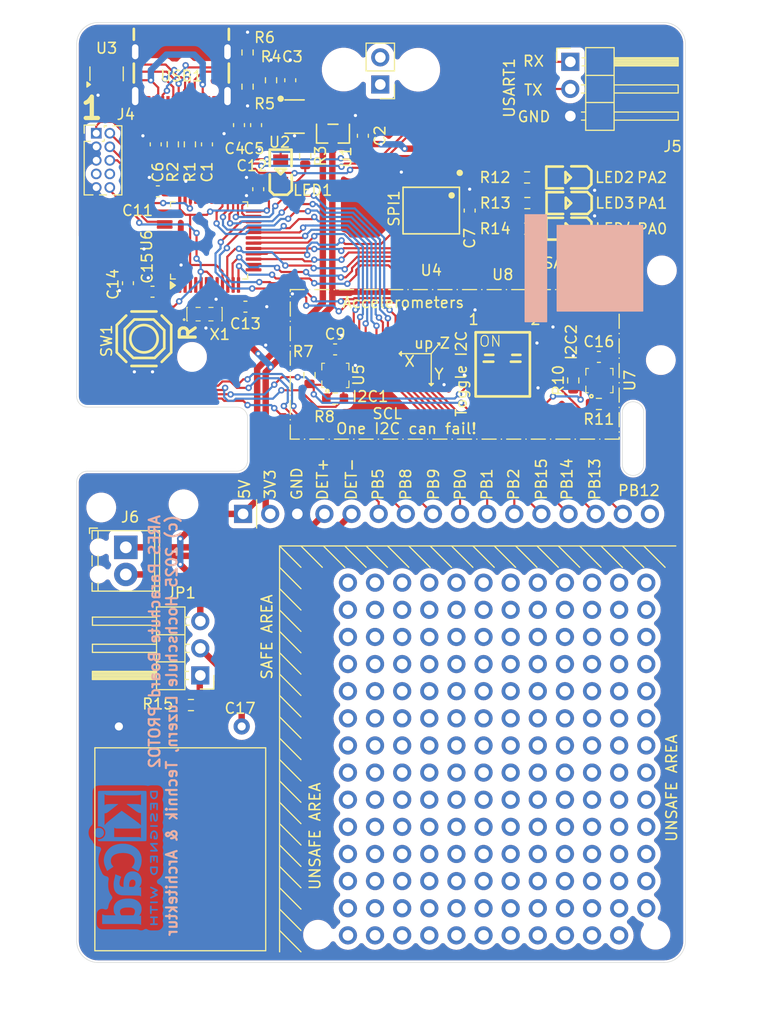
<source format=kicad_pcb>
(kicad_pcb (version 20240108) (generator "pcbnew") (generator_version "8.0")
  (layers (0 "F.Cu" signal) (31 "B.Cu" signal) (34 "B.Paste" user) (35 "F.Paste" user) (36 "B.SilkS" user "B.Silkscreen") (37 "F.SilkS" user "F.Silkscreen") (38 "B.Mask" user) (39 "F.Mask" user) (44 "Edge.Cuts" user))
  (net 0 "")
  (net 1 "GND")
  (net 2 "/USB_D+")
  (net 3 "/USB_D-")
  (net 4 "+3.3V")
  (net 5 "/I2C1_SCL_DC")
  (net 6 "/I2C2_SCL_DC")
  (net 7 "Net-(JP1-C)")
  (net 8 "+5V")
  (net 9 "VBUS")
  (net 10 "/PB8")
  (net 11 "/PB14")
  (net 12 "/PB2")
  (net 13 "/PB5")
  (net 14 "/DET+")
  (net 15 "/PA3")
  (net 18 "/PB9")
  (net 19 "/PB12")
  (net 20 "/PB0")
  (net 21 "/DET-")
  (net 22 "/PB1")
  (net 23 "/PB15")
  (net 24 "/PB13")
  (net 25 "/~{RESET}")
  (net 27 "/SWCLK")
  (net 28 "/SWDIO")
  (net 30 "/SWO")
  (net 31 "/USART1_RX")
  (net 32 "/USART1_TX")
  (net 33 "Net-(LED1-Pad2)")
  (net 34 "Net-(LED2-Pad1)")
  (net 35 "Net-(LED3-Pad1)")
  (net 36 "Net-(LED4-Pad1)")
  (net 37 "Net-(U2-~{FAULT})")
  (net 38 "Net-(U2-ILIM)")
  (net 39 "/cc1")
  (net 40 "/cc2")
  (net 42 "Net-(U6-PD1)")
  (net 43 "/I2C2_SCL")
  (net 44 "/I2C2_SDA")
  (net 45 "/I2C1_SCL")
  (net 46 "/I2C1_SDA")
  (net 47 "/RED")
  (net 48 "/YLW")
  (net 49 "/GRN")
  (net 56 "/SPI1_MISO")
  (net 58 "/SPI1_SCK")
  (net 60 "Net-(U6-PD0)")
  (net 61 "/SPI1_MOSI")
  (net 68 "/~{MEM_CS}")
  (net 71 "/d+")
  (net 72 "/d-")
  (net 73 "Net-(JP1-A)")
  (footprint "Connector_PinHeader_2.54mm:PinHeader_1x16_P2.54mm_Vertical" (layer "F.Cu") (at 195.580006 97.999992 90)
    (property "Reference" "J1" (hide yes))
    (property "Value" "Conn_01x16_Female" (hide yes))
  )
  (footprint "asyd-parachute:my_pin" (layer "F.Cu") (at 213.020006 104.439992)
    (property "Reference" " " (hide yes))
    (property "Value" " " (hide yes))
  )
  (footprint "asyd-parachute:my_pin" (layer "F.Cu") (at 215.560006 104.439992)
    (property "Reference" " " (hide yes))
    (property "Value" " " (hide yes))
  )
  (footprint "asyd-parachute:my_pin" (layer "F.Cu") (at 218.100006 104.439992)
    (property "Reference" " " (hide yes))
    (property "Value" " " (hide yes))
  )
  (footprint "asyd-parachute:my_pin" (layer "F.Cu") (at 220.640006 104.439992)
    (property "Reference" " " (hide yes))
    (property "Value" " " (hide yes))
  )
  (footprint "asyd-parachute:my_pin" (layer "F.Cu") (at 223.180006 104.439992)
    (property "Reference" " " (hide yes))
    (property "Value" " " (hide yes))
  )
  (footprint "asyd-parachute:my_pin" (layer "F.Cu") (at 225.720006 104.439992)
    (property "Reference" " " (hide yes))
    (property "Value" " " (hide yes))
  )
  (footprint "asyd-parachute:my_pin" (layer "F.Cu") (at 228.260006 104.439992)
    (property "Reference" " " (hide yes))
    (property "Value" " " (hide yes))
  )
  (footprint "asyd-parachute:my_pin" (layer "F.Cu") (at 230.800006 104.439992)
    (property "Reference" " " (hide yes))
    (property "Value" " " (hide yes))
  )
  (footprint "asyd-parachute:my_pin" (layer "F.Cu") (at 233.340006 104.439992)
    (property "Reference" " " (hide yes))
    (property "Value" " " (hide yes))
  )
  (footprint "asyd-parachute:my_pin" (layer "F.Cu") (at 213.020006 106.979992)
    (property "Reference" " " (hide yes))
    (property "Value" " " (hide yes))
  )
  (footprint "asyd-parachute:my_pin" (layer "F.Cu") (at 215.560006 106.979992)
    (property "Reference" " " (hide yes))
    (property "Value" " " (hide yes))
  )
  (footprint "asyd-parachute:my_pin" (layer "F.Cu") (at 218.100006 106.979992)
    (property "Reference" " " (hide yes))
    (property "Value" " " (hide yes))
  )
  (footprint "asyd-parachute:my_pin" (layer "F.Cu") (at 220.640006 106.979992)
    (property "Reference" " " (hide yes))
    (property "Value" " " (hide yes))
  )
  (footprint "asyd-parachute:my_pin" (layer "F.Cu") (at 223.180006 106.979992)
    (property "Reference" " " (hide yes))
    (property "Value" " " (hide yes))
  )
  (footprint "asyd-parachute:my_pin" (layer "F.Cu") (at 225.720006 106.979992)
    (property "Reference" " " (hide yes))
    (property "Value" " " (hide yes))
  )
  (footprint "asyd-parachute:my_pin" (layer "F.Cu") (at 228.260006 106.979992)
    (property "Reference" " " (hide yes))
    (property "Value" " " (hide yes))
  )
  (footprint "asyd-parachute:my_pin" (layer "F.Cu") (at 230.800006 106.979992)
    (property "Reference" " " (hide yes))
    (property "Value" " " (hide yes))
  )
  (footprint "asyd-parachute:my_pin" (layer "F.Cu") (at 233.340006 106.979992)
    (property "Reference" " " (hide yes))
    (property "Value" " " (hide yes))
  )
  (footprint "asyd-parachute:my_pin" (layer "F.Cu") (at 213.020006 109.519992)
    (property "Reference" " " (hide yes))
    (property "Value" " " (hide yes))
  )
  (footprint "asyd-parachute:my_pin" (layer "F.Cu") (at 215.560006 109.519992)
    (property "Reference" " " (hide yes))
    (property "Value" " " (hide yes))
  )
  (footprint "asyd-parachute:my_pin" (layer "F.Cu") (at 218.100006 109.519992)
    (property "Reference" " " (hide yes))
    (property "Value" " " (hide yes))
  )
  (footprint "asyd-parachute:my_pin" (layer "F.Cu") (at 220.640006 109.519992)
    (property "Reference" " " (hide yes))
    (property "Value" " " (hide yes))
  )
  (footprint "asyd-parachute:my_pin" (layer "F.Cu") (at 223.180006 109.519992)
    (property "Reference" " " (hide yes))
    (property "Value" " " (hide yes))
  )
  (footprint "asyd-parachute:my_pin" (layer "F.Cu") (at 225.720006 109.519992)
    (property "Reference" " " (hide yes))
    (property "Value" " " (hide yes))
  )
  (footprint "asyd-parachute:my_pin" (layer "F.Cu") (at 228.260006 109.519992)
    (property "Reference" " " (hide yes))
    (property "Value" " " (hide yes))
  )
  (footprint "asyd-parachute:my_pin" (layer "F.Cu") (at 230.800006 109.519992)
    (property "Reference" " " (hide yes))
    (property "Value" " " (hide yes))
  )
  (footprint "asyd-parachute:my_pin" (layer "F.Cu") (at 233.340006 109.519992)
    (property "Reference" " " (hide yes))
    (property "Value" " " (hide yes))
  )
  (footprint "asyd-parachute:my_pin" (layer "F.Cu") (at 213.020006 112.059992)
    (property "Reference" " " (hide yes))
    (property "Value" " " (hide yes))
  )
  (footprint "asyd-parachute:my_pin" (layer "F.Cu") (at 215.560006 112.059992)
    (property "Reference" " " (hide yes))
    (property "Value" " " (hide yes))
  )
  (footprint "asyd-parachute:my_pin" (layer "F.Cu") (at 218.100006 112.059992)
    (property "Reference" " " (hide yes))
    (property "Value" " " (hide yes))
  )
  (footprint "asyd-parachute:my_pin" (layer "F.Cu") (at 220.640006 112.059992)
    (property "Reference" " " (hide yes))
    (property "Value" " " (hide yes))
  )
  (footprint "asyd-parachute:my_pin" (layer "F.Cu") (at 223.180006 112.059992)
    (property "Reference" " " (hide yes))
    (property "Value" " " (hide yes))
  )
  (footprint "asyd-parachute:my_pin" (layer "F.Cu") (at 225.720006 112.059992)
    (property "Reference" " " (hide yes))
    (property "Value" " " (hide yes))
  )
  (footprint "asyd-parachute:my_pin" (layer "F.Cu") (at 228.260006 112.059992)
    (property "Reference" " " (hide yes))
    (property "Value" " " (hide yes))
  )
  (footprint "asyd-parachute:my_pin" (layer "F.Cu") (at 230.800006 112.059992)
    (property "Reference" " " (hide yes))
    (property "Value" " " (hide yes))
  )
  (footprint "asyd-parachute:my_pin" (layer "F.Cu") (at 233.340006 112.059992)
    (property "Reference" " " (hide yes))
    (property "Value" " " (hide yes))
  )
  (footprint "asyd-parachute:my_pin" (layer "F.Cu") (at 213.020006 114.599992)
    (property "Reference" " " (hide yes))
    (property "Value" " " (hide yes))
  )
  (footprint "asyd-parachute:my_pin" (layer "F.Cu") (at 215.560006 114.599992)
    (property "Reference" " " (hide yes))
    (property "Value" " " (hide yes))
  )
  (footprint "asyd-parachute:my_pin" (layer "F.Cu") (at 218.100006 114.599992)
    (property "Reference" " " (hide yes))
    (property "Value" " " (hide yes))
  )
  (footprint "asyd-parachute:my_pin" (layer "F.Cu") (at 220.640006 114.599992)
    (property "Reference" " " (hide yes))
    (property "Value" " " (hide yes))
  )
  (footprint "asyd-parachute:my_pin" (layer "F.Cu") (at 223.180006 114.599992)
    (property "Reference" " " (hide yes))
    (property "Value" " " (hide yes))
  )
  (footprint "asyd-parachute:my_pin" (layer "F.Cu") (at 225.720006 114.599992)
    (property "Reference" " " (hide yes))
    (property "Value" " " (hide yes))
  )
  (footprint "asyd-parachute:my_pin" (layer "F.Cu") (at 228.260006 114.599992)
    (property "Reference" " " (hide yes))
    (property "Value" " " (hide yes))
  )
  (footprint "asyd-parachute:my_pin" (layer "F.Cu") (at 230.800006 114.599992)
    (property "Reference" " " (hide yes))
    (property "Value" " " (hide yes))
  )
  (footprint "asyd-parachute:my_pin" (layer "F.Cu") (at 233.340006 114.599992)
    (property "Reference" " " (hide yes))
    (property "Value" " " (hide yes))
  )
  (footprint "asyd-parachute:my_pin" (layer "F.Cu") (at 213.020006 117.139992)
    (property "Reference" " " (hide yes))
    (property "Value" " " (hide yes))
  )
  (footprint "asyd-parachute:my_pin" (layer "F.Cu") (at 215.560006 117.139992)
    (property "Reference" " " (hide yes))
    (property "Value" " " (hide yes))
  )
  (footprint "asyd-parachute:my_pin" (layer "F.Cu") (at 218.100006 117.139992)
    (property "Reference" " " (hide yes))
    (property "Value" " " (hide yes))
  )
  (footprint "asyd-parachute:my_pin" (layer "F.Cu") (at 220.640006 117.139992)
    (property "Reference" " " (hide yes))
    (property "Value" " " (hide yes))
  )
  (footprint "asyd-parachute:my_pin" (layer "F.Cu") (at 223.180006 117.139992)
    (property "Reference" " " (hide yes))
    (property "Value" " " (hide yes))
  )
  (footprint "asyd-parachute:my_pin" (layer "F.Cu") (at 225.720006 117.139992)
    (property "Reference" " " (hide yes))
    (property "Value" " " (hide yes))
  )
  (footprint "asyd-parachute:my_pin" (layer "F.Cu") (at 228.260006 117.139992)
    (property "Reference" " " (hide yes))
    (property "Value" " " (hide yes))
  )
  (footprint "asyd-parachute:my_pin" (layer "F.Cu") (at 230.800006 117.139992)
    (property "Reference" " " (hide yes))
    (property "Value" " " (hide yes))
  )
  (footprint "asyd-parachute:my_pin" (layer "F.Cu") (at 233.340006 117.139992)
    (property "Reference" " " (hide yes))
    (property "Value" " " (hide yes))
  )
  (footprint "asyd-parachute:my_pin" (layer "F.Cu") (at 213.020006 119.679992)
    (property "Reference" " " (hide yes))
    (property "Value" " " (hide yes))
  )
  (footprint "asyd-parachute:my_pin" (layer "F.Cu") (at 215.560006 119.679992)
    (property "Reference" " " (hide yes))
    (property "Value" " " (hide yes))
  )
  (footprint "asyd-parachute:my_pin" (layer "F.Cu") (at 218.100006 119.679992)
    (property "Reference" " " (hide yes))
    (property "Value" " " (hide yes))
  )
  (footprint "asyd-parachute:my_pin" (layer "F.Cu") (at 220.640006 119.679992)
    (property "Reference" " " (hide yes))
    (property "Value" " " (hide yes))
  )
  (footprint "asyd-parachute:my_pin" (layer "F.Cu") (at 223.180006 119.679992)
    (property "Reference" " " (hide yes))
    (property "Value" " " (hide yes))
  )
  (footprint "asyd-parachute:my_pin" (layer "F.Cu") (at 225.720006 119.679992)
    (property "Reference" " " (hide yes))
    (property "Value" " " (hide yes))
  )
  (footprint "asyd-parachute:my_pin" (layer "F.Cu") (at 228.260006 119.679992)
    (property "Reference" " " (hide yes))
    (property "Value" " " (hide yes))
  )
  (footprint "asyd-parachute:my_pin" (layer "F.Cu") (at 230.800006 119.679992)
    (property "Reference" " " (hide yes))
    (property "Value" " " (hide yes))
  )
  (footprint "asyd-parachute:my_pin" (layer "F.Cu") (at 233.340006 119.679992)
    (property "Reference" " " (hide yes))
    (property "Value" " " (hide yes))
  )
  (footprint "asyd-parachute:my_pin" (layer "F.Cu") (at 213.020006 122.219992)
    (property "Reference" " " (hide yes))
    (property "Value" " " (hide yes))
  )
  (footprint "asyd-parachute:my_pin" (layer "F.Cu") (at 215.560006 122.219992)
    (property "Reference" " " (hide yes))
    (property "Value" " " (hide yes))
  )
  (footprint "asyd-parachute:my_pin" (layer "F.Cu") (at 218.100006 122.219992)
    (property "Reference" " " (hide yes))
    (property "Value" " " (hide yes))
  )
  (footprint "asyd-parachute:my_pin" (layer "F.Cu") (at 220.640006 122.219992)
    (property "Reference" " " (hide yes))
    (property "Value" " " (hide yes))
  )
  (footprint "asyd-parachute:my_pin" (layer "F.Cu") (at 223.180006 122.219992)
    (property "Reference" " " (hide yes))
    (property "Value" " " (hide yes))
  )
  (footprint "asyd-parachute:my_pin" (layer "F.Cu") (at 225.720006 122.219992)
    (property "Reference" " " (hide yes))
    (property "Value" " " (hide yes))
  )
  (footprint "asyd-parachute:my_pin" (layer "F.Cu") (at 228.260006 122.219992)
    (property "Reference" " " (hide yes))
    (property "Value" " " (hide yes))
  )
  (footprint "asyd-parachute:my_pin" (layer "F.Cu") (at 230.800006 122.219992)
    (property "Reference" " " (hide yes))
    (property "Value" " " (hide yes))
  )
  (footprint "asyd-parachute:my_pin" (layer "F.Cu") (at 233.340006 122.219992)
    (property "Reference" " " (hide yes))
    (property "Value" " " (hide yes))
  )
  (footprint "asyd-parachute:my_pin" (layer "F.Cu") (at 213.020006 124.759992)
    (property "Reference" " " (hide yes))
    (property "Value" " " (hide yes))
  )
  (footprint "asyd-parachute:my_pin" (layer "F.Cu") (at 215.560006 124.759992)
    (property "Reference" " " (hide yes))
    (property "Value" " " (hide yes))
  )
  (footprint "asyd-parachute:my_pin" (layer "F.Cu") (at 218.100006 124.759992)
    (property "Reference" " " (hide yes))
    (property "Value" " " (hide yes))
  )
  (footprint "asyd-parachute:my_pin" (layer "F.Cu") (at 220.640006 124.759992)
    (property "Reference" " " (hide yes))
    (property "Value" " " (hide yes))
  )
  (footprint "asyd-parachute:my_pin" (layer "F.Cu") (at 223.180006 124.759992)
    (property "Reference" " " (hide yes))
    (property "Value" " " (hide yes))
  )
  (footprint "asyd-parachute:my_pin" (layer "F.Cu") (at 225.720006 124.759992)
    (property "Reference" " " (hide yes))
    (property "Value" " " (hide yes))
  )
  (footprint "asyd-parachute:my_pin" (layer "F.Cu") (at 228.260006 124.759992)
    (property "Reference" " " (hide yes))
    (property "Value" " " (hide yes))
  )
  (footprint "asyd-parachute:my_pin" (layer "F.Cu") (at 230.800006 124.759992)
    (property "Reference" " " (hide yes))
    (property "Value" " " (hide yes))
  )
  (footprint "asyd-parachute:my_pin" (layer "F.Cu") (at 233.340006 124.759992)
    (property "Reference" " " (hide yes))
    (property "Value" " " (hide yes))
  )
  (footprint "asyd-parachute:my_pin" (layer "F.Cu") (at 213.020006 127.299992)
    (property "Reference" " " (hide yes))
    (property "Value" " " (hide yes))
  )
  (footprint "asyd-parachute:my_pin" (layer "F.Cu") (at 215.560006 127.299992)
    (property "Reference" " " (hide yes))
    (property "Value" " " (hide yes))
  )
  (footprint "asyd-parachute:my_pin" (layer "F.Cu") (at 218.100006 127.299992)
    (property "Reference" " " (hide yes))
    (property "Value" " " (hide yes))
  )
  (footprint "asyd-parachute:my_pin" (layer "F.Cu") (at 220.640006 127.299992)
    (property "Reference" " " (hide yes))
    (property "Value" " " (hide yes))
  )
  (footprint "asyd-parachute:my_pin" (layer "F.Cu") (at 223.180006 127.299992)
    (property "Reference" " " (hide yes))
    (property "Value" " " (hide yes))
  )
  (footprint "asyd-parachute:my_pin" (layer "F.Cu") (at 225.720006 127.299992)
    (property "Reference" " " (hide yes))
    (property "Value" " " (hide yes))
  )
  (footprint "asyd-parachute:my_pin" (layer "F.Cu") (at 228.260006 127.299992)
    (property "Reference" " " (hide yes))
    (property "Value" " " (hide yes))
  )
  (footprint "asyd-parachute:my_pin" (layer "F.Cu") (at 230.800006 127.299992)
    (property "Reference" " " (hide yes))
    (property "Value" " " (hide yes))
  )
  (footprint "asyd-parachute:my_pin" (layer "F.Cu") (at 233.340006 127.299992)
    (property "Reference" " " (hide yes))
    (property "Value" " " (hide yes))
  )
  (footprint "asyd-parachute:my_pin" (layer "F.Cu") (at 213.020006 129.839992)
    (property "Reference" " " (hide yes))
    (property "Value" " " (hide yes))
  )
  (footprint "asyd-parachute:my_pin" (layer "F.Cu") (at 215.560006 129.839992)
    (property "Reference" " " (hide yes))
    (property "Value" " " (hide yes))
  )
  (footprint "asyd-parachute:my_pin" (layer "F.Cu") (at 218.100006 129.839992)
    (property "Reference" " " (hide yes))
    (property "Value" " " (hide yes))
  )
  (footprint "asyd-parachute:my_pin" (layer "F.Cu") (at 220.640006 129.839992)
    (property "Reference" " " (hide yes))
    (property "Value" " " (hide yes))
  )
  (footprint "asyd-parachute:my_pin" (layer "F.Cu") (at 223.180006 129.839992)
    (property "Reference" " " (hide yes))
    (property "Value" " " (hide yes))
  )
  (footprint "asyd-parachute:my_pin" (layer "F.Cu") (at 225.720006 129.839992)
    (property "Reference" " " (hide yes))
    (property "Value" " " (hide yes))
  )
  (footprint "asyd-parachute:my_pin" (layer "F.Cu") (at 228.260006 129.839992)
    (property "Reference" " " (hide yes))
    (property "Value" " " (hide yes))
  )
  (footprint "asyd-parachute:my_pin" (layer "F.Cu") (at 230.800006 129.839992)
    (property "Reference" " " (hide yes))
    (property "Value" " " (hide yes))
  )
  (footprint "asyd-parachute:my_pin" (layer "F.Cu") (at 233.340006 129.839992)
    (property "Reference" " " (hide yes))
    (property "Value" " " (hide yes))
  )
  (footprint "asyd-parachute:my_pin" (layer "F.Cu") (at 213.020006 132.379992)
    (property "Reference" " " (hide yes))
    (property "Value" " " (hide yes))
  )
  (footprint "asyd-parachute:my_pin" (layer "F.Cu") (at 215.560006 132.379992)
    (property "Reference" " " (hide yes))
    (property "Value" " " (hide yes))
  )
  (footprint "asyd-parachute:my_pin" (layer "F.Cu") (at 218.100006 132.379992)
    (property "Reference" " " (hide yes))
    (property "Value" " " (hide yes))
  )
  (footprint "asyd-parachute:my_pin" (layer "F.Cu") (at 220.640006 132.379992)
    (property "Reference" " " (hide yes))
    (property "Value" " " (hide yes))
  )
  (footprint "asyd-parachute:my_pin" (layer "F.Cu") (at 223.180006 132.379992)
    (property "Reference" " " (hide yes))
    (property "Value" " " (hide yes))
  )
  (footprint "asyd-parachute:my_pin" (layer "F.Cu") (at 225.720006 132.379992)
    (property "Reference" " " (hide yes))
    (property "Value" " " (hide yes))
  )
  (footprint "asyd-parachute:my_pin" (layer "F.Cu") (at 228.260006 132.379992)
    (property "Reference" " " (hide yes))
    (property "Value" " " (hide yes))
  )
  (footprint "asyd-parachute:my_pin" (layer "F.Cu") (at 230.800006 132.379992)
    (property "Reference" " " (hide yes))
    (property "Value" " " (hide yes))
  )
  (footprint "asyd-parachute:my_pin" (layer "F.Cu") (at 233.340006 132.379992)
    (property "Reference" " " (hide yes))
    (property "Value" " " (hide yes))
  )
  (footprint "asyd-parachute:my_pin" (layer "F.Cu") (at 213.020006 134.919992)
    (property "Reference" " " (hide yes))
    (property "Value" " " (hide yes))
  )
  (footprint "asyd-parachute:my_pin" (layer "F.Cu") (at 215.560006 134.919992)
    (property "Reference" " " (hide yes))
    (property "Value" " " (hide yes))
  )
  (footprint "asyd-parachute:my_pin" (layer "F.Cu") (at 218.100006 134.919992)
    (property "Reference" " " (hide yes))
    (property "Value" " " (hide yes))
  )
  (footprint "asyd-parachute:my_pin" (layer "F.Cu") (at 220.640006 134.919992)
    (property "Reference" " " (hide yes))
    (property "Value" " " (hide yes))
  )
  (footprint "asyd-parachute:my_pin" (layer "F.Cu") (at 223.180006 134.919992)
    (property "Reference" " " (hide yes))
    (property "Value" " " (hide yes))
  )
  (footprint "asyd-parachute:my_pin" (layer "F.Cu") (at 225.720006 134.919992)
    (property "Reference" " " (hide yes))
    (property "Value" " " (hide yes))
  )
  (footprint "asyd-parachute:my_pin" (layer "F.Cu") (at 228.260006 134.919992)
    (property "Reference" " " (hide yes))
    (property "Value" " " (hide yes))
  )
  (footprint "asyd-parachute:my_pin" (layer "F.Cu") (at 230.800006 134.919992)
    (property "Reference" " " (hide yes))
    (property "Value" " " (hide yes))
  )
  (footprint "asyd-parachute:my_pin" (layer "F.Cu") (at 233.340006 134.919992)
    (property "Reference" " " (hide yes))
    (property "Value" " " (hide yes))
  )
  (footprint "asyd-parachute:my_pin" (layer "F.Cu") (at 213.020006 137.459992)
    (property "Reference" " " (hide yes))
    (property "Value" " " (hide yes))
  )
  (footprint "asyd-parachute:my_pin" (layer "F.Cu") (at 215.560006 137.459992)
    (property "Reference" " " (hide yes))
    (property "Value" " " (hide yes))
  )
  (footprint "asyd-parachute:my_pin" (layer "F.Cu") (at 218.100006 137.459992)
    (property "Reference" " " (hide yes))
    (property "Value" " " (hide yes))
  )
  (footprint "asyd-parachute:my_pin" (layer "F.Cu") (at 220.640006 137.459992)
    (property "Reference" " " (hide yes))
    (property "Value" " " (hide yes))
  )
  (footprint "asyd-parachute:my_pin" (layer "F.Cu") (at 223.180006 137.459992)
    (property "Reference" " " (hide yes))
    (property "Value" " " (hide yes))
  )
  (footprint "asyd-parachute:my_pin" (layer "F.Cu") (at 225.720006 137.459992)
    (property "Reference" " " (hide yes))
    (property "Value" " " (hide yes))
  )
  (footprint "asyd-parachute:my_pin" (layer "F.Cu") (at 228.260006 137.459992)
    (property "Reference" " " (hide yes))
    (property "Value" " " (hide yes))
  )
  (footprint "asyd-parachute:my_pin" (layer "F.Cu") (at 230.800006 137.459992)
    (property "Reference" " " (hide yes))
    (property "Value" " " (hide yes))
  )
  (footprint "MountingHole:MountingHole_3.5mm" (layer "F.Cu") (at 205.000006 56.399992)
    (property "Reference" "REF**" (hide yes))
    (property "Value" "MountingHole_3.5mm" (hide yes))
  )
  (footprint "Connector_PinHeader_2.54mm:PinHeader_1x02_P2.54mm_Vertical" (layer "F.Cu") (at 208.429006 57.796992 180)
    (property "Reference" "J3" (hide yes))
    (property "Value" "Conn_01x02_Male")
  )
  (footprint "MountingHole:MountingHole_3.5mm" (layer "F.Cu") (at 211.985006 56.413992)
    (property "Reference" "REF**" (hide yes))
    (property "Value" "MountingHole_3.5mm" (hide yes))
  )
  (footprint "Capacitor_SMD:C_0603_1608Metric" (layer "F.Cu") (at 192.200006 63.399992 90)
    (property "Reference" "C1")
    (property "Value" "47p")
  )
  (footprint "asyd-parachute:my_pin" (layer "F.Cu") (at 205.400006 124.759992)
    (property "Reference" " " (hide yes))
    (property "Value" " " (hide yes))
  )
  (footprint "Connector_PinHeader_2.54mm:PinHeader_1x03_P2.54mm_Horizontal" (layer "F.Cu") (at 226.225006 55.674992)
    (property "Reference" "J5")
    (property "Value" "Conn_01x03_Pin")
  )
  (footprint "Resistor_SMD:R_0603_1608Metric" (layer "F.Cu") (at 196.000006 57.999992 90)
    (property "Reference" "R5")
    (property "Value" "5k1")
  )
  (footprint "asyd-parachute:my_pin" (layer "F.Cu") (at 207.940006 129.839992)
    (property "Reference" " " (hide yes))
    (property "Value" " " (hide yes))
  )
  (footprint "MountingHole:MountingHole_2.2mm_M2" (layer "F.Cu") (at 182.300006 97.399992)
    (property "Reference" "REF**" (hide yes))
    (property "Value" "MountingHole_2.2mm_M2")
  )
  (footprint "easyeda_exported:LGA-12_L2.0-W2.0-P0.50-BL" (layer "F.Cu") (at 228.950006 85.519992)
    (property "Reference" "U7")
    (property "Value" "LIS2DW12TR")
  )
  (footprint "Capacitor_SMD:C_0603_1608Metric" (layer "F.Cu") (at 187.100006 77.199992 180)
    (property "Reference" "C15")
    (property "Value" "4u7")
  )
  (footprint "Capacitor_SMD:C_0603_1608Metric" (layer "F.Cu") (at 197.000006 67.599992 90)
    (property "Reference" "C12")
    (property "Value" "100n")
  )
  (footprint "easyeda_exported:SW-SMD_4P-L5.1-W5.1-P3.70-LS6.5-TL_H1.5" (layer "F.Cu") (at 186.300006 81.599992 90)
    (property "Reference" "SW1")
    (property "Value" "TS-1187A-B-A-B")
  )
  (footprint "MountingHole:MountingHole_2.2mm_M2" (layer "F.Cu") (at 234.800006 75.199992)
    (property "Reference" "REF**" (hide yes))
    (property "Value" "MountingHole_2.2mm_M2")
  )
  (footprint "asyd-parachute:my_pin" (layer "F.Cu") (at 207.940006 132.379992)
    (property "Reference" " " (hide yes))
    (property "Value" " " (hide yes))
  )
  (footprint "asyd-parachute:my_pin" (layer "F.Cu") (at 205.400006 112.059992)
    (property "Reference" " " (hide yes))
    (property "Value" " " (hide yes))
  )
  (footprint "Capacitor_SMD:C_0603_1608Metric" (layer "F.Cu") (at 187.400006 63.399992 90)
    (property "Reference" "C6")
    (property "Value" "47p")
  )
  (footprint "MountingHole:MountingHole_2.2mm_M2" (layer "F.Cu") (at 234.200006 137.399992)
    (property "Reference" "REF**" (hide yes))
    (property "Value" "MountingHole_2.2mm_M2")
  )
  (footprint "Capacitor_SMD:C_0603_1608Metric" (layer "F.Cu") (at 200.000006 57.399992 90)
    (property "Reference" "C3")
    (property "Value" "1u")
  )
  (footprint "asyd-parachute:my_pin" (layer "F.Cu") (at 210.480006 127.299992)
    (property "Reference" " " (hide yes))
    (property "Value" " " (hide yes))
  )
  (footprint "easyeda_exported:LGA-12_L2.0-W2.0-P0.50-BL" (layer "F.Cu") (at 204.225006 85.034992)
    (property "Reference" "U5")
    (property "Value" "LIS2DW12TR")
  )
  (footprint "asyd-parachute:my_pin" (layer "F.Cu") (at 207.940006 117.139992)
    (property "Reference" " " (hide yes))
    (property "Value" " " (hide yes))
  )
  (footprint "asyd-parachute:my_pin" (layer "F.Cu") (at 207.940006 119.679992)
    (property "Reference" " " (hide yes))
    (property "Value" " " (hide yes))
  )
  (footprint "asyd-parachute:my_pin" (layer "F.Cu") (at 205.400006 109.519992)
    (property "Reference" " " (hide yes))
    (property "Value" " " (hide yes))
  )
  (footprint "asyd-parachute:my_pin" (layer "F.Cu") (at 207.940006 109.519992)
    (property "Reference" " " (hide yes))
    (property "Value" " " (hide yes))
  )
  (footprint "asyd-parachute:my_pin" (layer "F.Cu") (at 210.480006 119.679992)
    (property "Reference" " " (hide yes))
    (property "Value" " " (hide yes))
  )
  (footprint "Package_TO_SOT_SMD:SOT-143" (layer "F.Cu") (at 182.800006 56.799992 90)
    (property "Reference" "U3")
    (property "Value" "SR05-ES")
  )
  (footprint "easyeda_exported:OSC-SMD_3P-L3.2-W1.3-P1.20" (layer "F.Cu") (at 191.970006 79.299992)
    (property "Reference" "X1")
    (property "Value" "CSTNE8M00G520000R0")
  )
  (footprint "Resistor_SMD:R_0603_1608Metric" (layer "F.Cu") (at 201.800006 84.999992 -90)
    (property "Reference" "R7")
    (property "Value" "4k7")
  )
  (footprint "Resistor_SMD:R_0603_1608Metric" (layer "F.Cu") (at 222.175006 66.499992 180)
    (property "Reference" "R12")
    (property "Value" "560")
  )
  (footprint "asyd-parachute:my_pin" (layer "F.Cu") (at 207.940006 137.459992)
    (property "Reference" " " (hide yes))
    (property "Value" " " (hide yes))
  )
  (footprint "asyd-parachute:my_pin" (layer "F.Cu") (at 205.400006 122.219992)
    (property "Reference" " " (hide yes))
    (property "Value" " " (hide yes))
  )
  (footprint "asyd-parachute:my_pin" (layer "F.Cu") (at 207.940006 112.059992)
    (property "Reference" " " (hide yes))
    (property "Value" " " (hide yes))
  )
  (footprint "Capacitor_SMD:C_0603_1608Metric" (layer "F.Cu") (at 216.800006 69.599992 90)
    (property "Reference" "C7")
    (property "Value" "100n")
  )
  (footprint "asyd-parachute:my_pin" (layer "F.Cu") (at 210.480006 117.139992)
    (property "Reference" " " (hide yes))
    (property "Value" " " (hide yes))
  )
  (footprint "asyd-parachute:my_pin" (layer "F.Cu") (at 210.480006 114.599992)
    (property "Reference" " " (hide yes))
    (property "Value" " " (hide yes))
  )
  (footprint "asyd-parachute:my_pin" (layer "F.Cu") (at 205.400006 129.839992)
    (property "Reference" " " (hide yes))
    (property "Value" " " (hide yes))
  )
  (footprint "asyd-parachute:my_pin" (layer "F.Cu") (at 205.400006 127.299992)
    (property "Reference" " " (hide yes))
    (property "Value" " " (hide yes))
  )
  (footprint "TerminalBlock_Phoenix:TerminalBlock_Phoenix_MPT-0,5-2-2.54_1x02_P2.54mm_Horizontal" (layer "F.Cu") (at 184.600006 101.129992 -90)
    (property "Reference" "J6")
    (property "Value" "MPT 0.5/2-2.54")
  )
  (footprint "easyeda_exported:SOIC-8_L5.3-W5.3-P1.27-LS8.0-BL" (layer "F.Cu") (at 213.200006 69.599992 180)
    (property "Reference" "U4")
    (property "Value" "W25Q128JVSIQTR")
  )
  (footprint "asyd-parachute:my_pin" (layer "F.Cu") (at 210.480006 122.219992)
    (property "Reference" " " (hide yes))
    (property "Value" " " (hide yes))
  )
  (footprint "Capacitor_SMD:C_0603_1608Metric" (layer "F.Cu") (at 196.800006 61.599992 -90)
    (property "Reference" "C5")
    (property "Value" "100n")
  )
  (footprint "MountingHole:MountingHole_2.2mm_M2" (layer "F.Cu") (at 190.000006 97.099992)
    (property "Reference" "REF**" (hide yes))
    (property "Value" "MountingHole_2.2mm_M2")
  )
  (footprint "Capacitor_SMD:C_0603_1608Metric" (layer "F.Cu") (at 206.800006 62.599992 90)
    (property "Reference" "C2")
    (property "Value" "1u")
  )
  (footprint "Capacitor_SMD:C_0603_1608Metric" (layer "F.Cu") (at 204.200006 82.599992)
    (property "Reference" "C9")
    (property "Value" "100n")
  )
  (footprint "Resistor_SMD:R_0603_1608Metric" (layer "F.Cu") (at 198.200006 57.399992 -90)
    (property "Reference" "R4")
    (property "Value" "56k")
  )
  (footprint "asyd-parachute:my_pin" (layer "F.Cu") (at 210.480006 132.379992)
    (property "Reference" " " (hide yes))
    (property "Value" " " (hide yes))
  )
  (footprint "asyd-parachute:my_pin" (layer "F.Cu") (at 210.480006 106.979992)
    (property "Reference" " " (hide yes))
    (property "Value" " " (hide yes))
  )
  (footprint "Capacitor_SMD:C_0603_1608Metric" (layer "F.Cu") (at 228.900006 83.304992)
    (property "Reference" "C16")
    (property "Value" "100n")
  )
  (footprint "asyd-parachute:my_pin" (layer "F.Cu") (at 205.400006 106.979992)
    (property "Reference" " " (hide yes))
    (property "Value" " " (hide yes))
  )
  (footprint "MountingHole:MountingHole_2.2mm_M2" (layer "F.Cu") (at 234.700006 83.599992)
    (property "Reference" "REF**" (hide yes))
    (property "Value" "MountingHole_2.2mm_M2")
  )
  (footprint "Connector_PinHeader_2.54mm:PinHeader_1x03_P2.54mm_Horizontal" (layer "F.Cu") (at 191.575006 113.124992 180)
    (property "Reference" "JP1")
    (property "Value" "Jumper_3_Bridged12")
  )
  (footprint "MountingHole:MountingHole_2.2mm_M2" (layer "F.Cu") (at 190.800006 83.299992)
    (property "Reference" "REF**" (hide yes))
    (property "Value" "MountingHole_2.2mm_M2")
  )
  (footprint "Capacitor_SMD:C_0603_1608Metric" (layer "F.Cu") (at 187.600006 67.799992 180)
    (property "Reference" "C11")
    (property "Value" "100n")
  )
  (footprint "asyd-parachute:my_pin" (layer "F.Cu") (at 210.480006 109.519992)
    (property "Reference" " " (hide yes))
    (property "Value" " " (hide yes))
  )
  (footprint "asyd-parachute:my_pin" (layer "F.Cu") (at 210.480006 124.759992)
    (property "Reference" " " (hide yes))
    (property "Value" " " (hide yes))
  )
  (footprint "Capacitor_SMD:C_0603_1608Metric" (layer "F.Cu") (at 184.800006 76.399992 -90)
    (property "Reference" "C14")
    (property "Value" "100n")
  )
  (footprint "easyeda_exported:SOT-23-3_L2.9-W1.6-P1.90-LS2.8-BR" (layer "F.Cu") (at 204.000006 62.399992 90)
    (property "Reference" "U1")
    (property "Value" "XC6206P332MR")
  )
  (footprint "easyeda_exported:SW-SMD_DSIC-02-TS-GER" (layer "F.Cu") (at 219.900006 83.999992)
    (property "Reference" "U8")
    (property "Value" "DSIC-02-TS-GER")
  )
  (footprint "asyd-parachute:my_pin" (layer "F.Cu") (at 205.400006 134.919992)
    (property "Reference" " " (hide yes))
    (property "Value" " " (hide yes))
  )
  (footprint "easyeda_exported:LED0805-R-RD" (layer "F.Cu") (at 199.100006 65.899992 90)
    (property "Reference" "LED1")
    (property "Value" "RED")
  )
  (footprint "asyd-parachute:my_pin" (layer "F.Cu") (at 210.480006 104.439992)
    (property "Reference" " " (hide yes))
    (property "Value" " " (hide yes))
  )
  (footprint "asyd-parachute:my_pin" (layer "F.Cu") (at 205.400006 114.599992)
    (property "Reference" " " (hide yes))
    (property "Value" " " (hide yes))
  )
  (footprint "Resistor_SMD:R_0603_1608Metric" (layer "F.Cu") (at 222.187506 71.299992 180)
    (property "Reference" "R14")
    (property "Value" "2k2")
  )
  (footprint "Package_QFP:LQFP-48_7x7mm_P0.5mm" (layer "F.Cu") (at 192.400006 72.399992 90)
    (property "Reference" "U6")
    (property "Value" "STM32F103CBTx")
  )
  (footprint "asyd-parachute:my_pin" (layer "F.Cu") (at 207.940006 122.219992)
    (property "Reference" " " (hide yes))
    (property "Value" " " (hide yes))
  )
  (footprint "asyd-parachute:my_pin" (layer "F.Cu") (at 205.400006 119.679992)
    (property "Reference" " " (hide yes))
    (property "Value" " " (hide yes))
  )
  (footprint "asyd-parachute:my_pin" (layer "F.Cu") (at 207.940006 124.759992)
    (property "Reference" " " (hide yes))
    (property "Value" " " (hide yes))
  )
  (footprint "asyd-parachute:my_pin" (layer "F.Cu") (at 210.480006 137.459992)
    (property "Reference" " " (hide yes))
    (property "Value" " " (hide yes))
  )
  (footprint "easyeda_exported:USB-C-SMD_TYPE-C16PIN" (layer "F.Cu") (at 189.800006 57.094992 180)
    (property "Reference" "USB1")
    (property "Value" "TYPE-C16PIN")
  )
  (footprint "asyd-parachute:my_pin" (layer "F.Cu") (at 205.400006 104.439992)
    (property "Reference" " " (hide yes))
    (property "Value" " " (hide yes))
  )
  (footprint "Resistor_SMD:R_0603_1608Metric" (layer "F.Cu") (at 204.200006 87.199992 180)
    (property "Reference" "R8")
    (property "Value" "4k7")
  )
  (footprint "Resistor_SMD:R_0603_1608Metric" (layer "F.Cu") (at 196.000006 54.799992 -90)
    (property "Reference" "R6")
    (property "Value" "5k1")
  )
  (footprint "Capacitor_SMD:C_0603_1608Metric" (layer "F.Cu") (at 195.800006 78.599992)
    (property "Reference" "C13")
    (property "Value" "100n")
  )
  (footprint "Resistor_SMD:R_0603_1608Metric" (layer "F.Cu") (at 226.500006 85.504992 -90)
    (property "Reference" "R10")
    (property "Value" "4k7")
  )
  (footprint "easyeda_exported:LED0805-R-RD" (layer "F.Cu") (at 225.975006 66.499992 180)
    (property "Reference" "LED2")
    (property "Value" "RED")
  )
  (footprint "asyd-parachute:my_pin" (layer "F.Cu") (at 205.400006 132.379992)
    (property "Reference" " " (hide yes))
    (property "Value" " " (hide yes))
  )
  (footprint "asyd-parachute:my_pin" (layer "F.Cu") (at 210.480006 129.839992)
    (property "Reference" " " (hide yes))
    (property "Value" " " (hide yes))
  )
  (footprint "Connector_PinHeader_1.27mm:PinHeader_2x05_P1.27mm_Vertical" (layer "F.Cu") (at 181.830006 62.359992)
    (property "Reference" "J4")
    (property "Value" "Conn_ARM_JTAG_SWD_10")
  )
  (footprint "easyeda_exported:SOT-26_L3.0-W1.6-P0.95-LS2.8-BL" (layer "F.Cu") (at 200.400006 60.799992 -90)
    (property "Reference" "U2")
    (property "Value" "AP2552W6-7")
  )
  (footprint "asyd-parachute:my_pin" (layer "F.Cu") (at 205.400006 117.139992)
    (property "Reference" " " (hide yes))
    (property "Value" " " (hide yes))
  )
  (footprint "Resistor_SMD:R_0603_1608Metric" (layer "F.Cu") (at 222.200006 68.899992 180)
    (property "Reference" "R13")
    (property "Value" "560")
  )
  (footprint "easyeda_exported:LED0805-R-RD" (layer "F.Cu") (at 226.000006 68.899992 180)
    (property "Reference" "LED3")
    (property "Value" "YLW")
  )
  (footprint "Resistor_SMD:R_0603_1608Metric" (layer "F.Cu") (at 228.900006 87.704992 180)
    (property "Reference" "R11")
    (property "Value" "4k7")
  )
  (footprint "asyd-parachute:my_pin" (layer "F.Cu") (at 207.940006 106.979992)
    (property "Reference" " " (hide yes))
    (property "Value" " " (hide yes))
  )
  (footprint "asyd-parachute:my_pin" (layer "F.Cu") (at 210.480006 112.059992)
    (property "Reference" " " (hide yes))
    (property "Value" " " (hide yes))
  )
  (footprint "asyd-parachute:my_pin" (layer "F.Cu") (at 205.400006 137.459992)
    (property "Reference" " " (hide yes))
    (property "Value" " " (hide yes))
  )
  (footprint "easyeda_exported:LED0805-R-RD" (layer "F.Cu") (at 225.987506 71.299992 180)
    (property "Reference" "LED4")
    (property "Value" "GRN")
  )
  (footprint "MountingHole:MountingHole_2.2mm_M2" (layer "F.Cu") (at 202.600006 137.399992)
    (property "Reference" "REF**" (hide yes))
    (property "Value" "MountingHole_2.2mm_M2")
  )
  (footprint "asyd-parachute:my_pin" (layer "F.Cu") (at 207.940006 104.439992)
    (property "Reference" " " (hide yes))
    (property "Value" " " (hide yes))
  )
  (footprint "Resistor_SMD:R_0603_1608Metric" (layer "F.Cu") (at 190.600006 63.399992 -90)
    (property "Reference" "R1")
    (property "Value" "33")
  )
  (footprint "asyd-parachute:SCMR18C105MRBA0" (layer "F.Cu") (at 195.450006 117.899992 90)
    (property "Reference" "C17")
    (property "Value" "1F")
  )
  (footprint "Resistor_SMD:R_0603_1608Metric" (layer "F.Cu") (at 190.700006 115.899992)
    (property "Reference" "R15")
    (property "Value" "100")
  )
  (footprint "Capacitor_SMD:C_0603_1608Metric" (layer "F.Cu") (at 195.200006 61.599992 -90)
    (property "Reference" "C4")
    (property "Value" "10u")
  )
  (footprint "asyd-parachute:my_pin" (layer "F.Cu") (at 207.940006 134.919992)
    (property "Reference" " " (hide yes))
    (property "Value" " " (hide yes))
  )
  (footprint "asyd-parachute:my_pin" (layer "F.Cu") (at 207.940006 114.599992)
    (property "Reference" " " (hide yes))
    (property "Value" " " (hide yes))
  )
  (footprint "Resistor_SMD:R_0603_1608Metric" (layer "F.Cu") (at 189.000006 63.399992 -90)
    (property "Reference" "R2")
    (property "Value" "33")
  )
  (footprint "asyd-parachute:my_pin" (layer "F.Cu") (at 210.480006 134.919992)
    (property "Reference" " " (hide yes))
    (property "Value" " " (hide yes))
  )
  (footprint "Resistor_SMD:R_0603_1608Metric" (layer "F.Cu") (at 201.400006 64.499992 -90)
    (property "Reference" "R3")
    (property "Value" "270")
  )
  (footprint "asyd-parachute:my_pin" (layer "F.Cu") (at 207.940006 127.299992)
    (property "Reference" " " (hide yes))
    (property "Value" " " (hide yes))
  )
  (footprint "Symbol:KiCad-Logo2_5mm_Copper" (layer "B.Cu") (at 184.600006 130.199992 -90)
    (property "Reference" "REF**" (hide yes))
    (property "Value" "KiCad-Logo2_5mm_Copper" (hide yes))
  )
  (gr_rect (start 222.000006 69.999992) (end 224.000006 79.999992) (stroke (width 0.12)) (fill solid) (layer "B.SilkS"))
  (gr_rect (start 225.000006 70.999992) (end 233.000006 78.999992) (stroke (width 0.12)) (fill solid) (layer "B.SilkS"))
  (gr_line (start 199.000006 112.999992) (end 201.000006 114.999992) (stroke (width 0.12)) (layer "F.SilkS"))
  (gr_line (start 199.000006 136.999992) (end 201.000006 138.999992) (stroke (width 0.12)) (layer "F.SilkS"))
  (gr_line (start 207.100006 100.999992) (end 209.100006 102.999992) (stroke (width 0.12)) (layer "F.SilkS"))
  (gr_line (start 199.000006 124.999992) (end 201.000006 126.999992) (stroke (width 0.12)) (layer "F.SilkS"))
  (gr_line (start 199.000006 134.999992) (end 201.000006 136.999992) (stroke (width 0.12)) (layer "F.SilkS"))
  (gr_line (start 231.100006 100.999992) (end 233.100006 102.999992) (stroke (width 0.12)) (layer "F.SilkS"))
  (gr_line (start 211.100006 100.999992) (end 213.100006 102.999992) (stroke (width 0.12)) (layer "F.SilkS"))
  (gr_line (start 199.000006 128.999992) (end 201.000006 130.999992) (stroke (width 0.12)) (layer "F.SilkS"))
  (gr_line (start 213.800006 81.999992) (end 214.000006 82.199992) (stroke (width 0.12)) (layer "F.SilkS"))
  (gr_line (start 199.000006 114.999992) (end 201.000006 116.999992) (stroke (width 0.12)) (layer "F.SilkS"))
  (gr_line (start 199.000006 132.999992) (end 201.000006 134.999992) (stroke (width 0.12)) (layer "F.SilkS"))
  (gr_line (start 199.000006 116.999992) (end 201.000006 118.999992) (stroke (width 0.12)) (layer "F.SilkS"))
  (gr_line (start 213.200006 82.999992) (end 210.200006 82.999992) (stroke (width 0.12)) (layer "F.SilkS"))
  (gr_line (start 199.000006 104.999992) (end 201.000006 106.999992) (stroke (width 0.12)) (layer "F.SilkS"))
  (gr_line (start 210.400006 82.799992) (end 210.200006 82.999992) (stroke (width 0.12)) (layer "F.SilkS"))
  (gr_line (start 199.000006 130.999992) (end 201.000006 132.999992) (stroke (width 0.12)) (layer "F.SilkS"))
  (gr_line (start 205.100006 100.999992) (end 207.100006 102.999992) (stroke (width 0.12)) (layer "F.SilkS"))
  (gr_line (start 219.100006 100.999992) (end 221.100006 102.999992) (stroke (width 0.12)) (layer "F.SilkS"))
  (gr_line (start 199.000006 110.999992) (end 201.000006 112.999992) (stroke (width 0.12)) (layer "F.SilkS"))
  (gr_line (start 210.400006 83.199992) (end 210.400006 82.799992) (stroke (width 0.12)) (layer "F.SilkS"))
  (gr_line (start 199.000006 118.999992) (end 201.000006 120.999992) (stroke (width 0.12)) (layer "F.SilkS"))
  (gr_line (start 209.100006 100.999992) (end 211.100006 102.999992) (stroke (width 0.12)) (layer "F.SilkS"))
  (gr_line (start 217.100006 100.999992) (end 219.100006 102.999992) (stroke (width 0.12)) (layer "F.SilkS"))
  (gr_line (start 199.000006 102.999992) (end 201.000006 104.999992) (stroke (width 0.12)) (layer "F.SilkS"))
  (gr_line (start 233.100006 100.999992) (end 235.100006 102.999992) (stroke (width 0.12)) (layer "F.SilkS"))
  (gr_line (start 210.200006 82.999992) (end 210.400006 83.199992) (stroke (width 0.12)) (layer "F.SilkS"))
  (gr_line (start 214.000006 81.999992) (end 213.800006 81.999992) (stroke (width 0.12)) (layer "F.SilkS"))
  (gr_line (start 199.000006 108.999992) (end 201.000006 110.999992) (stroke (width 0.12)) (layer "F.SilkS"))
  (gr_line (start 213.200006 82.999992) (end 213.200006 85.999992) (stroke (width 0.12)) (layer "F.SilkS"))
  (gr_line (start 199.000006 126.999992) (end 201.000006 128.999992) (stroke (width 0.12)) (layer "F.SilkS"))
  (gr_line (start 199.000006 106.999992) (end 201.000006 108.999992) (stroke (width 0.12)) (layer "F.SilkS"))
  (gr_line (start 213.100006 100.999992) (end 215.100006 102.999992) (stroke (width 0.12)) (layer "F.SilkS"))
  (gr_line (start 201.000006 100.999992) (end 203.000006 102.999992) (stroke (width 0.12)) (layer "F.SilkS"))
  (gr_line (start 214.000006 82.199992) (end 214.000006 81.999992) (stroke (width 0.12)) (layer "F.SilkS"))
  (gr_line (start 225.100006 100.999992) (end 227.100006 102.999992) (stroke (width 0.12)) (layer "F.SilkS"))
  (gr_line (start 213.200006 85.999992) (end 213.400006 85.799992) (stroke (width 0.12)) (layer "F.SilkS"))
  (gr_line (start 223.100006 100.999992) (end 225.100006 102.999992) (stroke (width 0.12)) (layer "F.SilkS"))
  (gr_line (start 215.100006 100.999992) (end 217.100006 102.999992) (stroke (width 0.12)) (layer "F.SilkS"))
  (gr_line (start 221.100006 100.999992) (end 223.100006 102.999992) (stroke (width 0.12)) (layer "F.SilkS"))
  (gr_line (start 213.200006 82.999992) (end 214.000006 81.999992) (stroke (width 0.12)) (layer "F.SilkS"))
  (gr_line (start 199.000006 100.999992) (end 199.000006 138.999992) (stroke (width 0.12)) (layer "F.SilkS"))
  (gr_line (start 213.000006 85.799992) (end 213.200006 85.999992) (stroke (width 0.12)) (layer "F.SilkS"))
  (gr_line (start 199.000006 122.999992) (end 201.000006 124.999992) (stroke (width 0.12)) (layer "F.SilkS"))
  (gr_rect (start 200.000006 76.999992) (end 230.800006 90.999992) (stroke (width 0.12) (type dash_dot)) (fill none) (layer "F.SilkS"))
  (gr_line (start 227.100006 100.999992) (end 229.100006 102.999992) (stroke (width 0.12)) (layer "F.SilkS"))
  (gr_line (start 203.100006 100.999992) (end 205.100006 102.999992) (stroke (width 0.12)) (layer "F.SilkS"))
  (gr_line (start 229.100006 100.999992) (end 231.100006 102.999992) (stroke (width 0.12)) (layer "F.SilkS"))
  (gr_line (start 199.000006 100.999992) (end 236.100006 100.999992) (stroke (width 0.12)) (layer "F.SilkS"))
  (gr_line (start 199.000006 100.999992) (end 201.000006 102.999992) (stroke (width 0.12)) (layer "F.SilkS"))
  (gr_line (start 199.000006 120.999992) (end 201.000006 122.999992) (stroke (width 0.12)) (layer "F.SilkS"))
  (gr_line (start 213.400006 85.799992) (end 213.000006 85.799992) (stroke (width 0.12)) (layer "F.SilkS"))
  (gr_arc (start 233.1 93.399992) (mid 232.1 94.399992) (end 231.1 93.399992) (stroke (width 0.05)) (layer "Edge.Cuts"))
  (gr_line (start 233.1 88.499992) (end 233.1 93.399992) (stroke (width 0.05)) (layer "Edge.Cuts"))
  (gr_line (start 231.1 93.399992) (end 231.1 88.499992) (stroke (width 0.05)) (layer "Edge.Cuts"))
  (gr_line (start 195 87.999992) (end 181 87.999992) (stroke (width 0.05)) (layer "Edge.Cuts"))
  (gr_line (start 196.000006 88.999992) (end 196.000006 92.999992) (stroke (width 0.05)) (layer "Edge.Cuts"))
  (gr_arc (start 237.000006 137.999992) (mid 236.41422 139.414206) (end 235.000006 139.999992) (stroke (width 0.05)) (layer "Edge.Cuts"))
  (gr_arc (start 180.000006 53.999992) (mid 180.585792 52.585778) (end 182.000006 51.999992) (stroke (width 0.05)) (layer "Edge.Cuts"))
  (gr_arc (start 181 87.999992) (mid 180.292893 87.707099) (end 180 86.999992) (stroke (width 0.05)) (layer "Edge.Cuts"))
  (gr_arc (start 196 92.999992) (mid 195.707107 93.707099) (end 195 93.999992) (stroke (width 0.05)) (layer "Edge.Cuts"))
  (gr_line (start 195 93.999992) (end 181 93.999992) (stroke (width 0.05)) (layer "Edge.Cuts"))
  (gr_arc (start 235.000006 51.999992) (mid 236.41422 52.585778) (end 237.000006 53.999992) (stroke (width 0.05)) (layer "Edge.Cuts"))
  (gr_line (start 235.000006 139.999992) (end 182.000006 139.999992) (stroke (width 0.05)) (layer "Edge.Cuts"))
  (gr_line (start 235.000006 51.999992) (end 182.000006 51.999992) (stroke (width 0.05)) (layer "Edge.Cuts"))
  (gr_line (start 180.000006 53.999992) (end 180 86.999992) (stroke (width 0.05)) (layer "Edge.Cuts"))
  (gr_arc (start 195 87.999992) (mid 195.707107 88.292885) (end 196 88.999992) (stroke (width 0.05)) (layer "Edge.Cuts"))
  (gr_arc (start 180 94.999992) (mid 180.292893 94.292885) (end 181 93.999992) (stroke (width 0.05)) (layer "Edge.Cuts"))
  (gr_arc (start 182.000006 139.999992) (mid 180.585792 139.414206) (end 180.000006 137.999992) (stroke (width 0.05)) (layer "Edge.Cuts"))
  (gr_arc (start 231.1 88.499992) (mid 232.1 87.499992) (end 233.1 88.499992) (stroke (width 0.05)) (layer "Edge.Cuts"))
  (gr_line (start 180.000006 94.999992) (end 180.000006 137.999992) (stroke (width 0.05)) (layer "Edge.Cuts"))
  (gr_line (start 237.000006 137.999992) (end 237.000006 53.999992) (stroke (width 0.05)) (layer "Edge.Cuts"))
  (gr_text "ARES Parachute Board PROTO2\n(c) 2025 Hochschule Luzern, Technik & Architektur" (at 188.100006 97.999992 90) (layer "B.SilkS") (effects (font (size 1 1) (thickness 0.2)) (justify left mirror)))
  (gr_text "GND" (at 201.200006 96.799992 90) (layer "F.SilkS") (effects (font (size 1 1)) (justify left bottom)))
  (gr_text "PB5" (at 208.800006 96.799992 90) (layer "F.SilkS") (effects (font (size 1 1)) (justify left bottom)))
  (gr_text "SPI1" (at 210.300006 71.199992 90) (layer "F.SilkS") (effects (font (size 1 1)) (justify left bottom)))
  (gr_text "SCL" (at 207.600006 89.199992 0) (layer "F.SilkS") (effects (font (size 1 1)) (justify left bottom)))
  (gr_text "1" (at 180.200006 61.199992 0) (layer "F.SilkS") (effects (font (size 2 2) (thickness 0.4) (bold yes)) (justify left bottom)))
  (gr_text "Y" (at 213.400006 85.499992 0) (layer "F.SilkS") (effects (font (size 1 1)) (justify left bottom)))
  (gr_text "up" (at 211.500006 82.599992 0) (layer "F.SilkS") (effects (font (size 1 1)) (justify left bottom)))
  (gr_text "Toggle I2C" (at 216.600006 88.999992 90) (layer "F.SilkS") (effects (font (size 1 1)) (justify left bottom)))
  (gr_text "X" (at 210.600006 84.299992 0) (layer "F.SilkS") (effects (font (size 1 1)) (justify left bottom)))
  (gr_text "PB14" (at 226.500006 96.799992 90) (layer "F.SilkS") (effects (font (size 1 1)) (justify left bottom)))
  (gr_text "One I2C can fail!" (at 204.200006 90.599992 0) (layer "F.SilkS") (effects (font (size 1 1)) (justify left bottom)))
  (gr_text "I2C2" (at 226.900006 83.699992 90) (layer "F.SilkS") (effects (font (size 1 1)) (justify left bottom)))
  (gr_text "PB13" (at 229.100006 96.799992 90) (layer "F.SilkS") (effects (font (size 1 1)) (justify left bottom)))
  (gr_text "RX" (at 221.700006 56.199992 0) (layer "F.SilkS") (effects (font (size 1 1)) (justify left bottom)))
  (gr_text "PB8" (at 211.400006 96.799992 90) (layer "F.SilkS") (effects (font (size 1 1)) (justify left bottom)))
  (gr_text "PA0" (at 232.387506 71.899992 0) (layer "F.SilkS") (effects (font (size 1 1)) (justify left bottom)))
  (gr_text "PB9" (at 214.000006 96.799992 90) (layer "F.SilkS") (effects (font (size 1 1)) (justify left bottom)))
  (gr_text "PB2" (at 221.500006 96.799992 90) (layer "F.SilkS") (effects (font (size 1 1)) (justify left bottom)))
  (gr_text "PB1" (at 219.000006 96.799992 90) (layer "F.SilkS") (effects (font (size 1 1)) (justify left bottom)))
  (gr_text "R" (at 191.300006 81.999992 90) (layer "F.SilkS") (effects (font (size 1.5 1.5) (thickness 0.3) (bold yes)) (justify left bottom)))
  (gr_text "PB0" (at 216.500006 96.799992 90) (layer "F.SilkS") (effects (font (size 1 1)) (justify left bottom)))
  (gr_text "UNSAFE AREA" (at 236.300006 128.799992 90) (layer "F.SilkS") (effects (font (size 1 1)) (justify left bottom)))
  (gr_text "SAFE AREA" (at 223.600006 75.099992 0) (layer "F.SilkS") (effects (font (size 1 1)) (justify left bottom)))
  (gr_text "GND" (at 221.200006 61.399992 0) (layer "F.SilkS") (effects (font (size 1 1)) (justify left bottom)))
  (gr_text "Accelerometers" (at 204.800006 78.799992 0) (layer "F.SilkS") (effects (font (size 1 1)) (justify left bottom)))
  (gr_text "TX" (at 221.800006 58.899992 0) (layer "F.SilkS") (effects (font (size 1 1)) (justify left bottom)))
  (gr_text "DET+" (at 203.600006 96.799992 90) (layer "F.SilkS") (effects (font (size 1 1)) (justify left bottom)))
  (gr_text "DET-" (at 206.300006 96.799992 90) (layer "F.SilkS") (effects (font (size 1 1)) (justify left bottom)))
  (gr_text "3V3" (at 198.700006 96.699992 90) (layer "F.SilkS") (effects (font (size 1 1)) (justify left bottom)))
  (gr_text "SAFE AREA" (at 198.400006 113.599992 90) (layer "F.SilkS") (effects (font (size 1 1)) (justify left bottom)))
  (gr_text "5V" (at 196.300006 96.699992 90) (layer "F.SilkS") (effects (font (size 1 1)) (justify left bottom)))
  (gr_text "UNSAFE AREA" (at 202.900006 133.299992 90) (layer "F.SilkS") (effects (font (size 1 1)) (justify left bottom)))
  (gr_text "Z" (at 213.900006 82.599992 0) (layer "F.SilkS") (effects (font (size 1 1)) (justify left bottom)))
  (gr_text "I2C1" (at 205.700006 87.599992 0) (layer "F.SilkS") (effects (font (size 1 1)) (justify left bottom)))
  (gr_text "USART1" (at 221.100006 60.999992 90) (layer "F.SilkS") (effects (font (size 1 1)) (justify left bottom)))
  (gr_text "PB15" (at 224.100006 96.799992 90) (layer "F.SilkS") (effects (font (size 1 1)) (justify left bottom)))
  (gr_text "PA1" (at 232.400006 69.499992 0) (layer "F.SilkS") (effects (font (size 1 1)) (justify left bottom)))
  (gr_text "PA2" (at 232.375006 67.099992 0) (layer "F.SilkS") (effects (font (size 1 1)) (justify left bottom)))
  (gr_text "PB12" (at 230.600006 96.399992 0) (layer "F.SilkS") (effects (font (size 1 1)) (justify left bottom)))
  (segment (start 186.225006 62.624992) (end 186.200006 62.599992) (width 0.2) (layer "F.Cu") (net 1))
  (segment (start 190.150006 66.929466) (end 190.219217 66.860255) (width 0.2) (layer "F.Cu") (net 1))
  (segment (start 189.724272 74.649992) (end 188.237506 74.649992) (width 0.2) (layer "F.Cu") (net 1))
  (segment (start 204.975006 84.654992) (end 205.105006 84.784992) (width 0.2) (layer "F.Cu") (net 1))
  (segment (start 193.150006 76.562492) (end 193.150006 77.806777) (width 0.2) (layer "F.Cu") (net 1))
  (segment (start 191.970006 80.469992) (end 192.100006 80.599992) (width 0.2) (layer "F.Cu") (net 1))
  (segment (start 189.774271 74.699991) (end 189.724272 74.649992) (width 0.2) (layer "F.Cu") (net 1))
  (segment (start 193.150006 77.806777) (end 193.05247 77.904313) (width 0.2) (layer "F.Cu") (net 1))
  (segment (start 204.475006 85.914992) (end 204.475006 84.924992) (width 0.2) (layer "F.Cu") (net 1))
  (segment (start 195.792596 70.149992) (end 195.500006 69.857402) (width 0.2) (layer "F.Cu") (net 1))
  (segment (start 195.900006 68.757402) (end 195.900006 68.199992) (width 0.2) (layer "F.Cu") (net 1))
  (segment (start 229.200006 84.639992) (end 229.200006 85.304992) (width 0.2) (layer "F.Cu") (net 1))
  (segment (start 204.490006 84.784992) (end 204.475006 84.799992) (width 0.2) (layer "F.Cu") (net 1))
  (segment (start 186.350006 73.149992) (end 188.237506 73.149992) (width 0.2) (layer "F.Cu") (net 1))
  (segment (start 195.500006 69.157402) (end 195.900006 68.757402) (width 0.2) (layer "F.Cu") (net 1))
  (segment (start 204.475006 84.924992) (end 204.475006 84.799992) (width 0.2) (layer "F.Cu") (net 1))
  (segment (start 229.830006 85.269992) (end 229.235006 85.269992) (width 0.2) (layer "F.Cu") (net 1))
  (segment (start 229.700006 84.639992) (end 229.200006 84.639992) (width 0.2) (layer "F.Cu") (net 1))
  (segment (start 195.500006 69.857402) (end 195.500006 69.157402) (width 0.2) (layer "F.Cu") (net 1))
  (segment (start 186.300006 73.199992) (end 186.350006 73.149992) (width 0.2) (layer "F.Cu") (net 1))
  (segment (start 229.200006 85.304992) (end 229.200006 86.399992) (width 0.2) (layer "F.Cu") (net 1))
  (segment (start 205.105006 84.784992) (end 204.490006 84.784992) (width 0.2) (layer "F.Cu") (net 1))
  (segment (start 204.475006 84.799992) (end 204.475006 84.154992) (width 0.2) (layer "F.Cu") (net 1))
  (segment (start 196.562506 70.149992) (end 195.792596 70.149992) (width 0.2) (layer "F.Cu") (net 1))
  (segment (start 182.050006 58.749992) (end 182.000006 58.799992) (width 0.2) (layer "F.Cu") (net 1))
  (segment (start 204.975006 84.154992) (end 204.975006 84.654992) (width 0.2) (layer "F.Cu") (net 1))
  (segment (start 229.235006 85.269992) (end 229.200006 85.304992) (width 0.2) (layer "F.Cu") (net 1))
  (segment (start 191.970006 79.299992) (end 191.970006 80.469992) (width 0.2) (layer "F.Cu") (net 1))
  (segment (start 190.150006 68.237492) (end 190.150006 66.929466) (width 0.2) (layer "F.Cu") (net 1))
  (via (at 197.800006 78.599992) (size 0.6) (drill 0.3) (layers "F.Cu" "B.Cu") (net 1))
  (via (at 187.100006 84.699992) (size 0.6) (drill 0.3) (layers "F.Cu" "B.Cu") (net 1))
  (via (at 210.700006 78.799992) (size 0.6) (drill 0.3) (layers "F.Cu" "B.Cu") (net 1))
  (via (at 195.900006 68.199992) (size 0.6) (drill 0.3) (layers "F.Cu" "B.Cu") (net 1))
  (via (at 223.200006 86.199992) (size 0.6) (drill 0.3) (layers "F.Cu" "B.Cu") (net 1))
  (via (at 224.600006 80.499992) (size 0.6) (drill 0.3) (layers "F.Cu" "B.Cu") (net 1))
  (via (at 182.000006 58.799992) (size 0.6) (drill 0.3) (layers "F.Cu" "B.Cu") (net 1))
  (via (at 200.200006 77.399992) (size 0.6) (drill 0.3) (layers "F.Cu" "B.Cu") (net 1))
  (via (at 216.800006 67.599992) (size 0.6) (drill 0.3) (layers "F.Cu" "B.Cu") (net 1))
  (via (at 196.000006 52.899992) (size 0.6) (drill 0.3) (layers "F.Cu" "B.Cu") (net 1))
  (via (at 210.400006 65.999992) (size 0.6) (drill 0.3) (layers "F.Cu" "B.Cu") (net 1))
  (via (at 189.774271 74.699991) (size 0.6) (drill 0.3) (layers "F.Cu" "B.Cu") (net 1))
  (via (at 193.800006 62.399992) (size 0.6) (drill 0.3) (layers "F.Cu" "B.Cu") (net 1))
  (via (at 197.700006 82.199992) (size 0.6) (drill 0.3) (layers "F.Cu" "B.Cu") (net 1))
  (via (at 186.700006 75.899992) (size 0.6) (drill 0.3) (layers "F.Cu" "B.Cu") (net 1))
  (via (at 217.300006 78.899992) (size 0.6) (drill 0.3) (layers "F.Cu" "B.Cu") (net 1))
  (via (at 186.200006 62.599992) (size 0.6) (drill 0.3) (layers "F.Cu" "B.Cu") (net 1))
  (via (at 196.000006 59.799992) (size 0.6) (drill 0.3) (layers "F.Cu" "B.Cu") (net 1))
  (via (at 206.100006 60.699992) (size 0.6) (drill 0.3) (layers "F.Cu" "B.Cu") (net 1))
  (via (at 190.219217 66.860255) (size 0.6) (drill 0.3) (layers "F.Cu" "B.Cu") (net 1))
  (via (at 184.000006 77.099992) (size 0.6) (drill 0.3) (layers "F.Cu" "B.Cu") (net 1))
  (via (at 206.100006 84.099992) (size 0.6) (drill 0.3) (layers "F.Cu" "B.Cu") (net 1))
  (via (at 185.400006 84.699992) (size 0.6) (drill 0.3) (layers "F.Cu" "B.Cu") (net 1))
  (via (at 195.900006 66.499992) (size 0.6) (drill 0.3) (layers "F.Cu" "B.Cu") (net 1))
  (via (at 228.500006 67.699992) (size 0.6) (drill 0.3) (layers "F.Cu" "B.Cu") (net 1))
  (via (at 226.500006 83.199992) (size 0.6) (drill 0.3) (layers "F.Cu" "B.Cu") (net 1))
  (via (at 193.05247 77.904313) (size 0.6) (drill 0.3) (layers "F.Cu" "B.Cu") (net 1))
  (via (at 197.100006 63.899992) (size 0.6) (drill 0.3) (layers "F.Cu" "B.Cu") (net 1))
  (via (at 200.400006 62.599992) (size 0.6) (drill 0.3) (layers "F.Cu" "B.Cu") (net 1))
  (via (at 192.100006 80.599992) (size 0.6) (drill 0.3) (layers "F.Cu" "B.Cu") (net 1))
  (via (at 186.300006 73.199992) (size 0.6) (drill 0.3) (layers "F.Cu" "B.Cu") (net 1))
  (via (at 200.000006 55.499992) (size 0.6) (drill 0.3) (layers "F.Cu" "B.Cu") (net 1))
  (via (at 214.400006 85.899992) (size 0.6) (drill 0.3) (layers "F.Cu" "B.Cu") (net 1))
  (via (at 216.300006 84.999992) (size 0.6) (drill 0.3) (layers "F.Cu" "B.Cu") (net 1))
  (via (at 186.800006 66.499992) (size 0.6) (drill 0.3) (layers "F.Cu" "B.Cu") (net 1))
  (via (at 198.200006 55.499992) (size 0.6) (drill 0.3) (layers "F.Cu" "B.Cu") (net 1))
  (via (at 223.100006 81.999992) (size 0.6) (drill 0.3) (layers "F.Cu" "B.Cu") (net 1))
  (via (at 204.800006 81.299992) (size 0.6) (drill 0.3) (layers "F.Cu" "B.Cu") (net 1))
  (via (at 228.500006 70.099992) (size 0.6) (drill 0.3) (layers "F.Cu" "B.Cu") (net 1))
  (segment (start 190.600006 64.224992) (end 190.600006 65.117885) (width 0.4) (layer "F.Cu") (net 2))
  (segment (start 191.650006 66.167885) (end 191.650006 66.399992) (width 0.4) (layer "F.Cu") (net 2))
  (segment (start 191.650006 67.131241) (end 191.650006 68.237492) (width 0.2) (layer "F.Cu") (net 2))
  (segment (start 191.650006 66.582098) (end 191.625006 66.607098) (width 0.2) (layer "F.Cu") (net 2))
  (segment (start 191.625006 67.106241) (end 191.650006 67.131241) (width 0.2) (layer "F.Cu") (net 2))
  (segment (start 191.650006 66.399992) (end 191.650006 66.582098) (width 0.2) (layer "F.Cu") (net 2))
  (segment (start 190.600006 64.224992) (end 192.150006 64.224992) (width 0.4) (layer "F.Cu") (net 2))
  (segment (start 191.625006 66.607098) (end 191.625006 67.106241) (width 0.2) (layer "F.Cu") (net 2))
  (segment (start 192.150006 64.224992) (end 192.200006 64.174992) (width 0.4) (layer "F.Cu") (net 2))
  (segment (start 190.600006 65.117885) (end 191.650006 66.167885) (width 0.4) (layer "F.Cu") (net 2))
  (segment (start 191.150006 66.374992) (end 191.150006 66.399992) (width 0.4) (layer "F.Cu") (net 3))
  (segment (start 191.175006 66.632099) (end 191.175006 67.106241) (width 0.2) (layer "F.Cu") (net 3))
  (segment (start 187.450006 64.224992) (end 187.400006 64.174992) (width 0.4) (layer "F.Cu") (net 3))
  (segment (start 191.150006 67.131241) (end 191.150006 68.237492) (width 0.2) (layer "F.Cu") (net 3))
  (segment (start 191.150006 66.607099) (end 191.175006 66.632099) (width 0.2) (layer "F.Cu") (net 3))
  (segment (start 191.175006 67.106241) (end 191.150006 67.131241) (width 0.2) (layer "F.Cu") (net 3))
  (segment (start 189.000006 64.224992) (end 191.150006 66.374992) (width 0.4) (layer "F.Cu") (net 3))
  (segment (start 191.150006 66.399992) (end 191.150006 66.607099) (width 0.2) (layer "F.Cu") (net 3))
  (segment (start 189.000006 64.224992) (end 187.450006 64.224992) (width 0.4) (layer "F.Cu") (net 3))
  (segment (start 193.887654 78.074992) (end 194.175006 78.362344) (width 0.2) (layer "F.Cu") (net 4))
  (segment (start 189.650006 67.049992) (end 189.425006 66.824992) (width 0.2) (layer "F.Cu") (net 4))
  (segment (start 201.820006 84.154992) (end 201.800006 84.174992) (width 0.2) (layer "F.Cu") (net 4))
  (segment (start 197.000006 82.999992) (end 195.025006 81.024992) (width 0.6) (layer "F.Cu") (net 4))
  (segment (start 189.425006 66.824992) (end 188.375006 66.824992) (width 0.2) (layer "F.Cu") (net 4))
  (segment (start 187.875006 76.224992) (end 188.387505 75.712493) (width 0.2) (layer "F.Cu") (net 4))
  (segment (start 185.575006 75.624992) (end 184.800006 75.624992) (width 0.2) (layer "F.Cu") (net 4))
  (segment (start 183.400006 61.299992) (end 182.200006 61.299992) (width 0.2) (layer "F.Cu") (net 4))
  (segment (start 189.650006 68.237492) (end 189.650006 67.049992) (width 0.2) (layer "F.Cu") (net 4))
  (segment (start 203.475006 84.154992) (end 201.820006 84.154992) (width 0.2) (layer "F.Cu") (net 4))
  (segment (start 188.387505 75.299991) (end 188.237506 75.149992) (width 0.2) (layer "F.Cu") (net 4))
  (segment (start 228.200006 84.639992) (end 226.540006 84.639992) (width 0.2) (layer "F.Cu") (net 4))
  (segment (start 215.110006 73.129992) (end 215.110006 72.064992) (width 0.6) (layer "F.Cu") (net 4))
  (segment (start 228.125006 82.229992) (end 228.125006 83.304992) (width 0.6) (layer "F.Cu") (net 4))
  (segment (start 187.875006 77.199992) (end 187.875006 76.224992) (width 0.2) (layer "F.Cu") (net 4))
  (segment (start 228.700006 84.639992) (end 228.200006 84.639992) (width 0.2) (layer "F.Cu") (net 4))
  (segment (start 182.200006 61.299992) (end 181.830006 61.669992) (width 0.2) (layer "F.Cu") (net 4))
  (segment (start 203.425006 82.599992) (end 203.425006 82.524992) (width 0.6) (layer "F.Cu") (net 4))
  (segment (start 203.938649 77.299992) (end 205.600006 77.299992) (width 0.6) (layer "F.Cu") (net 4))
  (segment (start 205.700006 77.199992) (end 223.095006 77.199992) (width 0.6) (layer "F.Cu") (net 4))
  (segment (start 228.700006 86.399992) (end 228.700006 84.639992) (width 0.2) (layer "F.Cu") (net 4))
  (segment (start 228.200006 84.639992) (end 228.200006 83.379992) (width 0.2) (layer "F.Cu") (net 4))
  (segment (start 201.665691 80.765677) (end 198.165691 84.265677) (width 0.6) (layer "F.Cu") (net 4))
  (segment (start 206.800006 63.374992) (end 208.475006 63.374992) (width 0.6) (layer "F.Cu") (net 4))
  (segment (start 203.475006 84.154992) (end 203.475006 82.649992) (width 0.2) (layer "F.Cu") (net 4))
  (segment (start 203.975006 84.154992) (end 203.475006 84.154992) (width 0.2) (layer "F.Cu") (net 4))
  (segment (start 217.725006 70.374992) (end 216.800006 70.374992) (width 0.6) (layer "F.Cu") (net 4))
  (segment (start 193.051477 74.699992) (end 190.622799 74.699992) (width 0.2) (layer "F.Cu") (net 4))
  (segment (start 190.200006 69.999992) (end 189.650006 69.449992) (width 0.2) (layer "F.Cu") (net 4))
  (segment (start 204.000006 63.639992) (end 206.535006 63.639992) (width 0.6) (layer "F.Cu") (net 4))
  (segment (start 193.875006 78.074992) (end 193.887654 78.074992) (width 0.2) (layer "F.Cu") (net 4))
  (segment (start 204.000006 63.639992) (end 203.938649 63.701349) (width 0.6) (layer "F.Cu") (net 4))
  (segment (start 188.375006 66.824992) (end 188.130692 66.824992) (width 0.2) (layer "F.Cu") (net 4))
  (segment (start 203.975006 85.914992) (end 203.975006 84.154992) (width 0.2) (layer "F.Cu") (net 4))
  (segment (start 190.622799 70.022785) (end 190.600006 69.999992) (width 0.2) (layer "F.Cu") (net 4))
  (segment (start 197.700006 97.579992) (end 198.120006 97.999992) (width 0.6) (layer "F.Cu") (net 4))
  (segment (start 198.165691 84.265677) (end 197.700006 84.731362) (width 0.6) (layer "F.Cu") (net 4))
  (segment (start 228.700006 86.399992) (end 228.700006 87.079992) (width 0.2) (layer "F.Cu") (net 4))
  (segment (start 192.500006 69.699992) (end 192.200006 69.999992) (width 0.2) (layer "F.Cu") (net 4))
  (segment (start 197.675006 68.374992) (end 197.000006 68.374992) (width 0.2) (layer "F.Cu") (net 4))
  (segment (start 188.375006 67.799992) (end 188.375006 66.824992) (width 0.2) (layer "F.Cu") (net 4))
  (segment (start 192.200006 69.999992) (end 190.600006 69.999992) (width 0.2) (layer "F.Cu") (net 4))
  (segment (start 188.130692 66.824992) (end 184.300006 62.994306) (width 0.2) (layer "F.Cu") (net 4))
  (segment (start 210.707114 63.8071) (end 214.809698 63.8071) (width 0.6) (layer "F.Cu") (net 4))
  (segment (start 214.809698 63.8071) (end 218.000006 66.997408) (width 0.6) (layer "F.Cu") (net 4))
  (segment (start 188.387505 75.712493) (end 188.387505 75.299991) (width 0.2) (layer "F.Cu") (net 4))
  (segment (start 189.650006 69.449992) (end 189.650006 68.237492) (width 0.2) (layer "F.Cu") (net 4))
  (segment (start 195.025006 81.024992) (end 195.025006 78.599992) (width 0.6) (layer "F.Cu") (net 4))
  (segment (start 190.0228 75.299991) (end 188.387505 75.299991) (width 0.2) (layer "F.Cu") (net 4))
  (segment (start 193.650006 75.298521) (end 193.400006 75.048521) (width 0.2) (layer "F.Cu") (net 4))
  (segment (start 181.830006 61.669992) (end 181.830006 62.359992) (width 0.2) (layer "F.Cu") (net 4))
  (segment (start 198.000006 69.399992) (end 198.000006 68.699992) (width 0.2) (layer "F.Cu") (net 4))
  (segment (start 203.975006 86.599992) (end 203.375006 87.199992) (width 0.2) (layer "F.Cu") (net 4))
  (segment (start 203.938649 77.299992) (end 203.938649 78.492719) (width 0.6) (layer "F.Cu") (net 4))
  (segment (start 198.000006 68.699992) (end 197.675006 68.374992) (width 0.2) (layer "F.Cu") (net 4))
  (segment (start 223.095006 77.199992) (end 228.125006 82.229992) (width 0.6) (layer "F.Cu") (net 4))
  (segment (start 193.650006 76.562492) (end 193.650006 75.298521) (width 0.2) (layer "F.Cu") (net 4))
  (segment (start 226.540006 84.639992) (end 226.500006 84.679992) (width 0.2) (layer "F.Cu") (net 4))
  (segment (start 197.750006 69.649992) (end 197.800006 69.599992) (width 0.2) (layer "F.Cu") (net 4))
  (segment (start 206.535006 63.639992) (end 206.800006 63.374992) (width 0.6) (layer "F.Cu") (net 4))
  (segment (start 228.700006 87.079992) (end 228.075006 87.704992) (width 0.2) (layer "F.Cu") (net 4))
  (segment (start 205.600006 77.299992) (end 205.700006 77.199992) (width 0.6) (layer "F.Cu") (net 4))
  (segment (start 197.800006 69.599992) (end 198.000006 69.399992) (width 0.2) (layer "F.Cu") (net 4))
  (segment (start 190.622799 74.699992) (end 190.622799 70.022785) (width 0.2) (layer "F.Cu") (net 4))
  (segment (start 203.938649 63.701349) (end 203.938649 77.299992) (width 0.6) (layer "F.Cu") (net 4))
  (segment (start 194.175006 78.362344) (end 194.175006 78.374992) (width 0.2) (layer "F.Cu") (net 4))
  (segment (start 186.050006 75.149992) (end 185.575006 75.624992) (width 0.2) (layer "F.Cu") (net 4))
  (segment (start 203.425006 82.524992) (end 201.665691 80.765677) (width 0.6) (layer "F.Cu") (net 4))
  (segment (start 218.000006 70.099992) (end 217.725006 70.374992) (width 0.6) (layer "F.Cu") (net 4))
  (segment (start 184.300006 62.199992) (end 183.400006 61.299992) (width 0.2) (layer "F.Cu") (net 4))
  (segment (start 194.175006 78.374992) (end 194.400006 78.599992) (width 0.2) (layer "F.Cu") (net 4))
  (segment (start 203.475006 82.649992) (end 203.425006 82.599992) (width 0.2) (layer "F.Cu") (net 4))
  (segment (start 190.622799 74.699992) (end 190.0228 75.299991) (width 0.2) (layer "F.Cu") (net 4))
  (segment (start 218.000006 66.997408) (end 218.000006 70.099992) (width 0.6) (layer "F.Cu") (net 4))
  (segment (start 203.975006 85.914992) (end 203.975006 86.599992) (width 0.2) (layer "F.Cu") (net 4))
  (segment (start 203.938649 78.492719) (end 201.665691 80.765677) (width 0.6) (layer "F.Cu") (net 4))
  (segment (start 197.700006 84.731362) (end 197.700006 97.579992) (width 0.6) (layer "F.Cu") (net 4))
  (segment (start 215.110006 72.064992) (end 216.800006 70.374992) (width 0.6) (layer "F.Cu") (net 4))
  (segment (start 184.300006 62.994306) (end 184.300006 62.199992) (width 0.2) (layer "F.Cu") (net 4))
  (segment (start 193.650006 76.562492) (end 193.650006 77.849992) (width 0.2) (layer "F.Cu") (net 4))
  (segment (start 190.600006 69.999992) (end 190.200006 69.999992) (width 0.2) (layer "F.Cu") (net 4))
  (segment (start 193.650006 77.849992) (end 193.875006 78.074992) (width 0.2) (layer "F.Cu") (net 4))
  (segment (start 228.200006 83.379992) (end 228.125006 83.304992) (width 0.2) (layer "F.Cu") (net 4))
  (segment (start 196.562506 69.649992) (end 197.750006 69.649992) (width 0.2) (layer "F.Cu") (net 4))
  (segment (start 194.400006 78.599992) (end 195.025006 78.599992) (width 0.2) (layer "F.Cu") (net 4))
  (segment (start 208.475006 63.374992) (end 208.500006 63.399992) (width 0.6) (layer "F.Cu") (net 4))
  (segment (start 193.400006 75.048521) (end 193.051477 74.699992) (width 0.2) (layer "F.Cu") (net 4))
  (segment (start 188.237506 75.149992) (end 186.050006 75.149992) (width 0.2) (layer "F.Cu") (net 4))
  (via (at 192.500006 69.699992) (size 0.6) (drill 0.3) (layers "F.Cu" "B.Cu") (net 4))
  (via (at 210.707114 63.8071) (size 0.6) (drill 0.3) (layers "F.Cu" "B.Cu") (net 4))
  (via (at 197.000006 82.999992) (size 0.6) (drill 0.3) (layers "F.Cu" "B.Cu") (net 4))
  (via (at 197.800006 69.599992) (size 0.6) (drill 0.3) (layers "F.Cu" "B.Cu") (net 4))
  (via (at 198.165691 84.265677) (size 0.6) (drill 0.3) (layers "F.Cu" "B.Cu") (net 4))
  (via (at 208.500006 63.399992) (size 0.6) (drill 0.3) (layers "F.Cu" "B.Cu") (net 4))
  (segment (start 198.165691 84.165677) (end 197.000006 82.999992) (width 0.6) (layer "B.Cu") (net 4))
  (segment (start 198.165691 84.265677) (end 198.165691 84.165677) (width 0.6) (layer "B.Cu") (net 4))
  (segment (start 192.600006 69.599992) (end 197.800006 69.599992) (width 0.2) (layer "B.Cu") (net 4))
  (segment (start 192.500006 69.699992) (end 192.600006 69.599992) (width 0.2) (layer "B.Cu") (net 4))
  (segment (start 210.300006 63.399992) (end 210.707114 63.8071) (width 0.6) (layer "B.Cu") (net 4))
  (segment (start 208.500006 63.399992) (end 210.300006 63.399992) (width 0.6) (layer "B.Cu") (net 4))
  (segment (start 218.630006 88.399992) (end 216.800006 88.399992) (width 0.2) (layer "F.Cu") (net 5))
  (segment (start 201.890006 85.914992) (end 201.800006 85.824992) (width 0.2) (layer "F.Cu") (net 5))
  (segment (start 202.200006 86.799992) (end 202.200006 86.224992) (width 0.2) (layer "F.Cu") (net 5))
  (segment (start 203.475006 85.914992) (end 201.890006 85.914992) (width 0.2) (layer "F.Cu") (net 5))
  (segment (start 202.200006 86.224992) (end 201.800006 85.824992) (width 0.2) (layer "F.Cu") (net 5))
  (segment (start 216.800006 88.399992) (end 216.000006 87.599992) (width 0.2) (layer "F.Cu") (net 5))
  (via (at 202.200006 86.799992) (size 0.6) (drill 0.3) (layers "F.Cu" "B.Cu") (net 5))
  (via (at 216.000006 87.599992) (size 0.6) (drill 0.3) (layers "F.Cu" "B.Cu") (net 5))
  (segment (start 216.000006 87.599992) (end 203.000006 87.599992) (width 0.2) (layer "B.Cu") (net 5))
  (segment (start 203.000006 87.599992) (end 202.200006 86.799992) (width 0.2) (layer "B.Cu") (net 5))
  (segment (start 227.187717 86.412281) (end 227.200006 86.399992) (width 0.2) (layer "F.Cu") (net 6))
  (segment (start 227.200006 86.399992) (end 226.570006 86.399992) (width 0.2) (layer "F.Cu") (net 6))
  (segment (start 226.570006 86.399992) (end 226.500006 86.329992) (width 0.2) (layer "F.Cu") (net 6))
  (segment (start 221.170006 88.399992) (end 223.200006 88.399992) (width 0.2) (layer "F.Cu") (net 6))
  (segment (start 227.187717 87.297147) (end 227.187717 86.412281) (width 0.2) (layer "F.Cu") (net 6))
  (segment (start 223.200006 88.399992) (end 224.600006 86.999992) (width 0.2) (layer "F.Cu") (net 6))
  (segment (start 227.400006 86.399992) (end 227.200006 86.399992) (width 0.2) (layer "F.Cu") (net 6))
  (segment (start 228.200006 86.399992) (end 227.400006 86.399992) (width 0.2) (layer "F.Cu") (net 6))
  (via (at 227.187717 87.297147) (size 0.6) (drill 0.3) (layers "F.Cu" "B.Cu") (net 6))
  (via (at 224.600006 86.999992) (size 0.6) (drill 0.3) (layers "F.Cu" "B.Cu") (net 6))
  (segment (start 224.600006 86.999992) (end 226.890562 86.999992) (width 0.2) (layer "B.Cu") (net 6))
  (segment (start 226.890562 86.999992) (end 227.187717 87.297147) (width 0.2) (layer "B.Cu") (net 6))
  (segment (start 195.450006 114.459992) (end 195.450006 117.899992) (width 0.6) (layer "F.Cu") (net 7))
  (segment (start 191.575006 110.584992) (end 195.450006 114.459992) (width 0.6) (layer "F.Cu") (net 7))
  (segment (start 196.900006 96.679992) (end 195.580006 97.999992) (width 0.6) (layer "F.Cu") (net 8))
  (segment (start 203.050006 60.449992) (end 202.450006 59.849992) (width 0.6) (layer "F.Cu") (net 8))
  (segment (start 202.450006 59.849992) (end 201.550006 59.849992) (width 0.6) (layer "F.Cu") (net 8))
  (segment (start 189.700006 100.329992) (end 192.030006 97.999992) (width 0.6) (layer "F.Cu") (net 8))
  (segment (start 196.900006 84.399992) (end 196.900006 96.679992) (width 0.6) (layer "F.Cu") (net 8))
  (segment (start 203.050006 61.159992) (end 203.050006 78.249992) (width 0.6) (layer "F.Cu") (net 8))
  (segment (start 192.030006 97.999992) (end 195.580006 97.999992) (width 0.6) (layer "F.Cu") (net 8))
  (segment (start 191.575006 104.604992) (end 189.700006 102.729992) (width 0.6) (layer "F.Cu") (net 8))
  (segment (start 203.050006 61.159992) (end 203.050006 60.449992) (width 0.6) (layer "F.Cu") (net 8))
  (segment (start 200.000006 58.299992) (end 201.550006 59.849992) (width 0.6) (layer "F.Cu") (net 8))
  (segment (start 203.050006 78.249992) (end 196.900006 84.399992) (width 0.6) (layer "F.Cu") (net 8))
  (segment (start 200.000006 58.174992) (end 200.000006 58.299992) (width 0.6) (layer "F.Cu") (net 8))
  (segment (start 191.575006 108.044992) (end 191.575006 104.604992) (width 0.6) (layer "F.Cu") (net 8))
  (via (at 189.700006 100.329992) (size 0.6) (drill 0.3) (layers "F.Cu" "B.Cu") (net 8))
  (via (at 189.700006 102.729992) (size 0.6) (drill 0.3) (layers "F.Cu" "B.Cu") (net 8))
  (segment (start 189.700006 102.729992) (end 189.700006 100.329992) (width 0.6) (layer "B.Cu") (net 8))
  (segment (start 183.150006 58.236363) (end 183.363635 58.449992) (width 0.2) (layer "F.Cu") (net 9))
  (segment (start 196.800006 60.899992) (end 199.100006 63.199992) (width 0.2) (layer "F.Cu") (net 9))
  (segment (start 199.100006 63.199992) (end 199.100006 64.849992) (width 0.2) (layer "F.Cu") (net 9))
  (segment (start 185.200006 57.399992) (end 186.950311 57.399992) (width 0.2) (layer "F.Cu") (net 9))
  (segment (start 197.775006 59.849992) (end 196.800006 60.824992) (width 0.6) (layer "F.Cu") (net 9))
  (segment (start 192.395006 60.824992) (end 195.200006 60.824992) (width 0.6) (layer "F.Cu") (net 9))
  (segment (start 187.635006 58.685297) (end 187.400006 58.920297) (width 0.2) (layer "F.Cu") (net 9))
  (segment (start 183.363635 58.449992) (end 184.150006 58.449992) (width 0.2) (layer "F.Cu") (net 9))
  (segment (start 186.950311 57.399992) (end 187.635006 58.084687) (width 0.2) (layer "F.Cu") (net 9))
  (segment (start 195.200006 60.824992) (end 196.800006 60.824992) (width 0.6) (layer "F.Cu") (net 9))
  (segment (start 187.400006 58.920297) (end 187.400006 59.454992) (width 0.2) (layer "F.Cu") (net 9))
  (segment (start 192.200006 59.454992) (end 192.200006 58.920297) (width 0.2) (layer "F.Cu") (net 9))
  (segment (start 181.850006 55.799992) (end 183.150006 57.099992) (width 0.2) (layer "F.Cu") (net 9))
  (segment (start 196.800006 60.824992) (end 196.800006 60.899992) (width 0.2) (layer "F.Cu") (net 9))
  (segment (start 191.800006 58.520297) (end 191.800006 57.799992) (width 0.2) (layer "F.Cu") (net 9))
  (segment (start 192.200006 58.920297) (end 191.800006 58.520297) (width 0.2) (layer "F.Cu") (net 9))
  (segment (start 199.250006 59.849992) (end 197.775006 59.849992) (width 0.6) (layer "F.Cu") (net 9))
  (segment (start 192.200006 60.629992) (end 192.395006 60.824992) (width 0.6) (layer "F.Cu") (net 9))
  (segment (start 184.150006 58.449992) (end 185.200006 57.399992) (width 0.2) (layer "F.Cu") (net 9))
  (segment (start 183.150006 57.099992) (end 183.150006 58.236363) (width 0.2) (layer "F.Cu") (net 9))
  (segment (start 192.200006 59.454992) (end 192.200006 60.629992) (width 0.6) (layer "F.Cu") (net 9))
  (segment (start 187.635006 58.084687) (end 187.635006 58.685297) (width 0.2) (layer "F.Cu") (net 9))
  (via (at 186.950311 57.399992) (size 0.6) (drill 0.3) (layers "F.Cu" "B.Cu") (net 9))
  (via (at 191.800006 57.799992) (size 0.6) (drill 0.3) (layers "F.Cu" "B.Cu") (net 9))
  (segment (start 188.400006 54.999992) (end 191.000006 54.999992) (width 0.6) (layer "B.Cu") (net 9))
  (segment (start 191.000006 54.999992) (end 191.800006 55.799992) (width 0.6) (layer "B.Cu") (net 9))
  (segment (start 191.800006 55.799992) (end 191.800006 57.799992) (width 0.6) (layer "B.Cu") (net 9))
  (segment (start 186.950311 56.449687) (end 188.400006 54.999992) (width 0.6) (layer "B.Cu") (net 9))
  (segment (start 186.950311 57.399992) (end 186.950311 56.449687) (width 0.6) (layer "B.Cu") (net 9))
  (segment (start 195.000006 86.199992) (end 196.100006 86.199992) (width 0.2) (layer "F.Cu") (net 10))
  (segment (start 188.237506 73.649992) (end 186.698535 73.649992) (width 0.2) (layer "F.Cu") (net 10))
  (segment (start 191.200006 85.999992) (end 193.251477 85.999992) (width 0.2) (layer "F.Cu") (net 10))
  (segment (start 186.548535 73.799992) (end 186.000006 73.799992) (width 0.2) (layer "F.Cu") (net 10))
  (segment (start 182.515692 72.849992) (end 182.182849 73.182835) (width 0.2) (layer "F.Cu") (net 10))
  (segment (start 182.000006 84.965678) (end 183.03432 85.999992) (width 0.2) (layer "F.Cu") (net 10))
  (segment (start 184.800006 72.849992) (end 182.515692 72.849992) (width 0.2) (layer "F.Cu") (net 10))
  (segment (start 186.698535 73.649992) (end 186.548535 73.799992) (width 0.2) (layer "F.Cu") (net 10))
  (segment (start 182.000006 73.365678) (end 182.000006 84.699992) (width 0.2) (layer "F.Cu") (net 10))
  (segment (start 199.900006 88.465678) (end 200.134321 88.699992) (width 0.2) (layer "F.Cu") (net 10))
  (segment (start 185.050006 72.849992) (end 184.800006 72.849992) (width 0.2) (layer "F.Cu") (net 10))
  (segment (start 194.400006 85.599992) (end 195.000006 86.199992) (width 0.2) (layer "F.Cu") (net 10))
  (segment (start 199.400006 87.899992) (end 199.400006 87.965678) (width 0.2) (layer "F.Cu") (net 10))
  (segment (start 206.734321 95.299992) (end 208.120006 95.299992) (width 0.2) (layer "F.Cu") (net 10))
  (segment (start 186.000006 73.799992) (end 185.050006 72.849992) (width 0.2) (layer "F.Cu") (net 10))
  (segment (start 199.400006 87.965678) (end 199.900006 88.465678) (width 0.2) (layer "F.Cu") (net 10))
  (segment (start 193.251477 85.999992) (end 193.651477 85.599992) (width 0.2) (layer "F.Cu") (net 10))
  (segment (start 182.182849 73.182835) (end 182.000006 73.365678) (width 0.2) (layer "F.Cu") (net 10))
  (segment (start 193.651477 85.599992) (end 194.400006 85.599992) (width 0.2) (layer "F.Cu") (net 10))
  (segment (start 183.03432 85.999992) (end 191.200006 85.999992) (width 0.2) (layer "F.Cu") (net 10))
  (segment (start 208.120006 95.299992) (end 210.820006 97.999992) (width 0.2) (layer "F.Cu") (net 10))
  (segment (start 182.000006 84.699992) (end 182.000006 84.965678) (width 0.2) (layer "F.Cu") (net 10))
  (segment (start 200.134321 88.699992) (end 206.734321 95.299992) (width 0.2) (layer "F.Cu") (net 10))
  (via (at 199.400006 87.899992) (size 0.6) (drill 0.3) (layers "F.Cu" "B.Cu") (net 10))
  (via (at 196.100006 86.199992) (size 0.6) (drill 0.3) (layers "F.Cu" "B.Cu") (net 10))
  (segment (start 199.765649 86.176463) (end 199.765649 87.534349) (width 0.2) (layer "B.Cu") (net 10))
  (segment (start 198.889178 85.299992) (end 199.765649 86.176463) (width 0.2) (layer "B.Cu") (net 10))
  (segment (start 196.100006 86.199992) (end 197.000006 85.299992) (width 0.2) (layer "B.Cu") (net 10))
  (segment (start 199.765649 87.534349) (end 199.400006 87.899992) (width 0.2) (layer "B.Cu") (net 10))
  (segment (start 197.000006 85.299992) (end 198.889178 85.299992) (width 0.2) (layer "B.Cu") (net 10))
  (segment (start 200.508419 69.66164) (end 199.802288 70.367771) (width 0.2) (layer "F.Cu") (net 11))
  (segment (start 224.167163 96.107149) (end 222.192849 96.107149) (width 0.2) (layer "F.Cu") (net 11))
  (segment (start 193.700006 69.985777) (end 193.700006 70.207479) (width 0.2) (layer "F.Cu") (net 11))
  (segment (start 208.673305 80.063181) (end 208.308001 79.697877) (width 0.2) (layer "F.Cu") (net 11))
  (segment (start 194.150006 68.237492) (end 194.150006 69.535777) (width 0.2) (layer "F.Cu") (net 11))
  (segment (start 194.150006 69.535777) (end 193.700006 69.985777) (width 0.2) (layer "F.Cu") (net 11))
  (segment (start 222.192849 96.107149) (end 208.473305 82.387605) (width 0.2) (layer "F.Cu") (net 11))
  (segment (start 208.473305 82.387605) (end 208.473305 81.299992) (width 0.2) (layer "F.Cu") (net 11))
  (segment (start 201.659374 69.66164) (end 200.508419 69.66164) (width 0.2) (layer "F.Cu") (net 11))
  (segment (start 208.473305 81.299992) (end 208.673305 81.099992) (width 0.2) (layer "F.Cu") (net 11))
  (segment (start 208.308001 79.697877) (end 208.308001 79.622201) (width 0.2) (layer "F.Cu") (net 11))
  (segment (start 226.060006 97.999992) (end 224.167163 96.107149) (width 0.2) (layer "F.Cu") (net 11))
  (segment (start 208.673305 81.099992) (end 208.673305 80.063181) (width 0.2) (layer "F.Cu") (net 11))
  (via (at 193.700006 70.207479) (size 0.6) (drill 0.3) (layers "F.Cu" "B.Cu") (net 11))
  (via (at 201.659374 69.66164) (size 0.6) (drill 0.3) (layers "F.Cu" "B.Cu") (net 11))
  (via (at 208.308001 79.622201) (size 0.6) (drill 0.3) (layers "F.Cu" "B.Cu") (net 11))
  (via (at 199.802288 70.367771) (size 0.6) (drill 0.3) (layers "F.Cu" "B.Cu") (net 11))
  (segment (start 201.659374 69.66164) (end 201.719786 69.601228) (width 0.2) (layer "B.Cu") (net 11))
  (segment (start 193.700006 70.978724) (end 193.700006 70.207479) (width 0.2) (layer "B.Cu") (net 11))
  (segment (start 202.501242 69.601228) (end 203.100006 70.199992) (width 0.2) (layer "B.Cu") (net 11))
  (segment (start 203.100006 70.199992) (end 205.711278 70.199992) (width 0.2) (layer "B.Cu") (net 11))
  (segment (start 205.711278 70.199992) (end 206.555642 71.044356) (width 0.2) (layer "B.Cu") (net 11))
  (segment (start 198.500006 70.999992) (end 196.000006 70.999992) (width 0.2) (layer "B.Cu") (net 11))
  (segment (start 208.000006 77.999992) (end 208.000006 79.314206) (width 0.2) (layer "B.Cu") (net 11))
  (segment (start 199.115649 70.384349) (end 198.500006 70.999992) (width 0.2) (layer "B.Cu") (net 11))
  (segment (start 194.112111 71.390829) (end 193.700006 70.978724) (width 0.2) (layer "B.Cu") (net 11))
  (segment (start 199.78571 70.384349) (end 199.115649 70.384349) (width 0.2) (layer "B.Cu") (net 11))
  (segment (start 206.555642 71.044356) (end 208.000006 72.48872) (width 0.2) (layer "B.Cu") (net 11))
  (segment (start 196.000006 70.999992) (end 195.609169 71.390829) (width 0.2) (layer "B.Cu") (net 11))
  (segment (start 195.609169 71.390829) (end 194.112111 71.390829) (width 0.2) (layer "B.Cu") (net 11))
  (segment (start 199.802288 70.367771) (end 199.78571 70.384349) (width 0.2) (layer "B.Cu") (net 11))
  (segment (start 201.719786 69.601228) (end 202.501242 69.601228) (width 0.2) (layer "B.Cu") (net 11))
  (segment (start 208.000006 72.48872) (end 208.000006 77.999992) (width 0.2) (layer "B.Cu") (net 11))
  (segment (start 208.000006 79.314206) (end 208.308001 79.622201) (width 0.2) (layer "B.Cu") (net 11))
  (segment (start 200.875839 71.649992) (end 196.562506 71.649992) (width 0.2) (layer "F.Cu") (net 12))
  (segment (start 207.060536 82.106208) (end 220.980006 96.025678) (width 0.2) (layer "F.Cu") (net 12))
  (segment (start 201.199139 71.200999) (end 201.199139 71.326692) (width 0.2) (layer "F.Cu") (net 12))
  (segment (start 220.980006 96.025678) (end 220.980006 97.999992) (width 0.2) (layer "F.Cu") (net 12))
  (segment (start 207.060536 80.176332) (end 207.060536 82.106208) (width 0.2) (layer "F.Cu") (net 12))
  (segment (start 201.199139 71.326692) (end 200.875839 71.649992) (width 0.2) (layer "F.Cu") (net 12))
  (via (at 201.199139 71.200999) (size 0.6) (drill 0.3) (layers "F.Cu" "B.Cu") (net 12))
  (via (at 207.060536 80.176332) (size 0.6) (drill 0.3) (layers "F.Cu" "B.Cu") (net 12))
  (segment (start 207.200006 72.820092) (end 207.200006 73.599992) (width 0.2) (layer "B.Cu") (net 12))
  (segment (start 202.140054 70.999992) (end 205.379906 70.999992) (width 0.2) (layer "B.Cu") (net 12))
  (segment (start 201.400146 70.999992) (end 202.140054 70.999992) (width 0.2) (layer "B.Cu") (net 12))
  (segment (start 207.200006 80.036862) (end 207.060536 80.176332) (width 0.2) (layer "B.Cu") (net 12))
  (segment (start 207.200006 73.599992) (end 207.200006 78.699992) (width 0.2) (layer "B.Cu") (net 12))
  (segment (start 205.379906 70.999992) (end 207.200006 72.820092) (width 0.2) (layer "B.Cu") (net 12))
  (segment (start 201.199139 71.200999) (end 201.400146 70.999992) (width 0.2) (layer "B.Cu") (net 12))
  (segment (start 207.200006 78.699992) (end 207.200006 80.036862) (width 0.2) (layer "B.Cu") (net 12))
  (segment (start 193.814585 87.414571) (end 195.600006 87.414571) (width 0.2) (layer "F.Cu") (net 13))
  (segment (start 193.600006 87.199992) (end 193.814585 87.414571) (width 0.2) (layer "F.Cu") (net 13))
  (segment (start 188.237506 71.649992) (end 181.950006 71.649992) (width 0.2) (layer "F.Cu") (net 13))
  (segment (start 181.950006 71.649992) (end 180.800006 72.799992) (width 0.2) (layer "F.Cu") (net 13))
  (segment (start 199.53432 88.665678) (end 206.568634 95.699992) (width 0.2) (layer "F.Cu") (net 13))
  (segment (start 182.537262 87.199992) (end 193.600006 87.199992) (width 0.2) (layer "F.Cu") (net 13))
  (segment (start 208.280006 96.879992) (end 208.280006 97.999992) (width 0.2) (layer "F.Cu") (net 13))
  (segment (start 198.500006 88.099992) (end 199.065692 88.665678) (width 0.2) (layer "F.Cu") (net 13))
  (segment (start 180.800006 85.462736) (end 182.537262 87.199992) (width 0.2) (layer "F.Cu") (net 13))
  (segment (start 206.568634 95.699992) (end 207.100006 95.699992) (width 0.2) (layer "F.Cu") (net 13))
  (segment (start 199.065692 88.665678) (end 199.53432 88.665678) (width 0.2) (layer "F.Cu") (net 13))
  (segment (start 180.800006 72.799992) (end 180.800006 73.899992) (width 0.2) (layer "F.Cu") (net 13))
  (segment (start 207.100006 95.699992) (end 208.280006 96.879992) (width 0.2) (layer "F.Cu") (net 13))
  (segment (start 195.600006 87.414571) (end 196.000006 87.814571) (width 0.2) (layer "F.Cu") (net 13))
  (segment (start 180.800006 73.899992) (end 180.800006 85.462736) (width 0.2) (layer "F.Cu") (net 13))
  (via (at 198.500006 88.099992) (size 0.6) (drill 0.3) (layers "F.Cu" "B.Cu") (net 13))
  (via (at 196.000006 87.814571) (size 0.6) (drill 0.3) (layers "F.Cu" "B.Cu") (net 13))
  (segment (start 196.000006 87.814571) (end 198.214585 87.814571) (width 0.2) (layer "B.Cu") (net 13))
  (segment (start 198.214585 87.814571) (end 198.500006 88.099992) (width 0.2) (layer "B.Cu") (net 13))
  (segment (start 200.070006 101.129992) (end 203.200006 97.999992) (width 0.6) (layer "F.Cu") (net 14))
  (segment (start 184.600006 101.129992) (end 200.070006 101.129992) (width 0.6) (layer "F.Cu") (net 14))
  (segment (start 182.431378 73.499992) (end 182.400006 73.531364) (width 0.2) (layer "F.Cu") (net 18))
  (segment (start 200.300006 88.299992) (end 200.300006 87.899992) (width 0.2) (layer "F.Cu") (net 18))
  (segment (start 213.360006 97.999992) (end 210.260006 94.899992) (width 0.2) (layer "F.Cu") (net 18))
  (segment (start 182.400006 79.599992) (end 182.400006 84.799992) (width 0.2) (layer "F.Cu") (net 18))
  (segment (start 193.085791 85.599992) (end 193.142899 85.542884) (width 0.2) (layer "F.Cu") (net 18))
  (segment (start 193.142899 85.542884) (end 193.485791 85.199992) (width 0.2) (layer "F.Cu") (net 18))
  (segment (start 184.800006 73.249992) (end 182.681378 73.249992) (width 0.2) (layer "F.Cu") (net 18))
  (segment (start 182.681378 73.249992) (end 182.415692 73.515678) (width 0.2) (layer "F.Cu") (net 18))
  (segment (start 210.260006 94.899992) (end 206.900006 94.899992) (width 0.2) (layer "F.Cu") (net 18))
  (segment (start 182.400006 73.531364) (end 182.400006 79.599992) (width 0.2) (layer "F.Cu") (net 18))
  (segment (start 194.600006 85.199992) (end 195.200006 85.799992) (width 0.2) (layer "F.Cu") (net 18))
  (segment (start 195.200006 85.799992) (end 195.600006 85.399992) (width 0.2) (layer "F.Cu") (net 18))
  (segment (start 191.600006 85.599992) (end 193.085791 85.599992) (width 0.2) (layer "F.Cu") (net 18))
  (segment (start 182.415692 73.515678) (end 182.431378 73.499992) (width 0.2) (layer "F.Cu") (net 18))
  (segment (start 206.900006 94.899992) (end 200.300006 88.299992) (width 0.2) (layer "F.Cu") (net 18))
  (segment (start 188.237506 74.149992) (end 188.187506 74.199992) (width 0.2) (layer "F.Cu") (net 18))
  (segment (start 184.88432 73.249992) (end 184.800006 73.249992) (width 0.2) (layer "F.Cu") (net 18))
  (segment (start 193.485791 85.199992) (end 194.600006 85.199992) (width 0.2) (layer "F.Cu") (net 18))
  (segment (start 183.200006 85.599992) (end 191.600006 85.599992) (width 0.2) (layer "F.Cu") (net 18))
  (segment (start 188.187506 74.199992) (end 185.83432 74.199992) (width 0.2) (layer "F.Cu") (net 18))
  (segment (start 182.400006 84.799992) (end 183.200006 85.599992) (width 0.2) (layer "F.Cu") (net 18))
  (segment (start 185.83432 74.199992) (end 184.88432 73.249992) (width 0.2) (layer "F.Cu") (net 18))
  (segment (start 195.600006 85.399992) (end 196.000006 85.399992) (width 0.2) (layer "F.Cu") (net 18))
  (via (at 200.300006 87.899992) (size 0.6) (drill 0.3) (layers "F.Cu" "B.Cu") (net 18))
  (via (at 196.000006 85.399992) (size 0.6) (drill 0.3) (layers "F.Cu" "B.Cu") (net 18))
  (segment (start 196.500006 84.899992) (end 199.200006 84.899992) (width 0.2) (layer "B.Cu") (net 18))
  (segment (start 200.165649 87.734349) (end 200.165649 87.765635) (width 0.2) (layer "B.Cu") (net 18))
  (segment (start 200.165649 85.865635) (end 200.165649 87.734349) (width 0.2) (layer "B.Cu") (net 18))
  (segment (start 196.000006 85.399992) (end 196.500006 84.899992) (width 0.2) (layer "B.Cu") (net 18))
  (segment (start 200.165649 87.765635) (end 200.300006 87.899992) (width 0.2) (layer "B.Cu") (net 18))
  (segment (start 199.200006 84.899992) (end 200.165649 85.865635) (width 0.2) (layer "B.Cu") (net 18))
  (segment (start 199.577171 68.199992) (end 198.600006 69.177157) (width 0.2) (layer "F.Cu") (net 19))
  (segment (start 195.100006 68.287492) (end 195.100006 69.999992) (width 0.2) (layer "F.Cu") (net 19))
  (segment (start 209.858535 82.641463) (end 209.858535 79.458521) (width 0.2) (layer "F.Cu") (net 19))
  (segment (start 231.140006 97.999992) (end 228.440006 95.299992) (width 0.2) (layer "F.Cu") (net 19))
  (segment (start 228.440006 95.299992) (end 222.517064 95.299992) (width 0.2) (layer "F.Cu") (net 19))
  (segment (start 195.100006 69.999992) (end 194.900006 70.199992) (width 0.2) (layer "F.Cu") (net 19))
  (segment (start 209.858535 79.458521) (end 209.300006 78.899992) (width 0.2) (layer "F.Cu") (net 19))
  (segment (start 222.517064 95.299992) (end 209.858535 82.641463) (width 0.2) (layer "F.Cu") (net 19))
  (segment (start 202.200006 68.199992) (end 199.577171 68.199992) (width 0.2) (layer "F.Cu") (net 19))
  (via (at 209.300006 78.899992) (size 0.6) (drill 0.3) (layers "F.Cu" "B.Cu") (net 19))
  (via (at 202.200006 68.199992) (size 0.6) (drill 0.3) (layers "F.Cu" "B.Cu") (net 19))
  (via (at 198.600006 69.177157) (size 0.6) (drill 0.3) (layers "F.Cu" "B.Cu") (net 19))
  (via (at 194.900006 70.199992) (size 0.6) (drill 0.3) (layers "F.Cu" "B.Cu") (net 19))
  (segment (start 203.431378 69.399992) (end 204.000006 69.399992) (width 0.2) (layer "B.Cu") (net 19))
  (segment (start 198.600006 69.199992) (end 198.600006 69.177157) (width 0.2) (layer "B.Cu") (net 19))
  (segment (start 208.800006 72.157348) (end 208.800006 78.699992) (width 0.2) (layer "B.Cu") (net 19))
  (segment (start 204.000006 69.399992) (end 206.04265 69.399992) (width 0.2) (layer "B.Cu") (net 19))
  (segment (start 202.231378 68.199992) (end 203.265692 69.234306) (width 0.2) (layer "B.Cu") (net 19))
  (segment (start 206.04265 69.399992) (end 208.571328 71.92867) (width 0.2) (layer "B.Cu") (net 19))
  (segment (start 202.200006 68.199992) (end 202.231378 68.199992) (width 0.2) (layer "B.Cu") (net 19))
  (segment (start 198.400006 69.399992) (end 198.600006 69.199992) (width 0.2) (layer "B.Cu") (net 19))
  (segment (start 203.265692 69.234306) (end 203.431378 69.399992) (width 0.2) (layer "B.Cu") (net 19))
  (segment (start 208.800006 78.699992) (end 209.100006 78.699992) (width 0.2) (layer "B.Cu") (net 19))
  (segment (start 208.571328 71.92867) (end 208.800006 72.157348) (width 0.2) (layer "B.Cu") (net 19))
  (segment (start 194.900006 70.199992) (end 198.048535 70.199992) (width 0.2) (layer "B.Cu") (net 19))
  (segment (start 198.048535 70.199992) (end 198.400006 69.848521) (width 0.2) (layer "B.Cu") (net 19))
  (segment (start 198.400006 69.848521) (end 198.400006 69.399992) (width 0.2) (layer "B.Cu") (net 19))
  (segment (start 209.100006 78.699992) (end 209.300006 78.899992) (width 0.2) (layer "B.Cu") (net 19))
  (segment (start 206.100006 78.899992) (end 205.943767 79.056231) (width 0.2) (layer "F.Cu") (net 20))
  (segment (start 205.943767 79.056231) (end 205.943767 82.120811) (width 0.2) (layer "F.Cu") (net 20))
  (segment (start 196.612506 72.599992) (end 196.562506 72.649992) (width 0.2) (layer "F.Cu") (net 20))
  (segment (start 201.650006 72.599992) (end 196.612506 72.599992) (width 0.2) (layer "F.Cu") (net 20))
  (segment (start 202.250006 71.999992) (end 201.650006 72.599992) (width 0.2) (layer "F.Cu") (net 20))
  (segment (start 215.900006 92.07705) (end 215.900006 97.999992) (width 0.2) (layer "F.Cu") (net 20))
  (segment (start 205.943767 82.120811) (end 215.900006 92.07705) (width 0.2) (layer "F.Cu") (net 20))
  (via (at 206.100006 78.899992) (size 0.6) (drill 0.3) (layers "F.Cu" "B.Cu") (net 20))
  (via (at 202.250006 71.999992) (size 0.6) (drill 0.3) (layers "F.Cu" "B.Cu") (net 20))
  (segment (start 202.450006 71.799992) (end 205.048535 71.799992) (width 0.2) (layer "B.Cu") (net 20))
  (segment (start 206.300006 78.899992) (end 206.100006 78.899992) (width 0.2) (layer "B.Cu") (net 20))
  (segment (start 205.048535 71.799992) (end 206.400006 73.151463) (width 0.2) (layer "B.Cu") (net 20))
  (segment (start 206.400006 73.151463) (end 206.400006 78.799992) (width 0.2) (layer "B.Cu") (net 20))
  (segment (start 206.400006 78.799992) (end 206.300006 78.899992) (width 0.2) (layer "B.Cu") (net 20))
  (segment (start 202.250006 71.999992) (end 202.450006 71.799992) (width 0.2) (layer "B.Cu") (net 20))
  (segment (start 188.570006 101.929992) (end 201.810006 101.929992) (width 0.6) (layer "F.Cu") (net 21))
  (segment (start 201.810006 101.929992) (end 205.740006 97.999992) (width 0.6) (layer "F.Cu") (net 21))
  (segment (start 184.600006 103.669992) (end 186.830006 103.669992) (width 0.6) (layer "F.Cu") (net 21))
  (segment (start 186.830006 103.669992) (end 188.570006 101.929992) (width 0.6) (layer "F.Cu") (net 21))
  (segment (start 201.224368 72.149992) (end 201.398631 71.975729) (width 0.2) (layer "F.Cu") (net 22))
  (segment (start 206.460536 82.071894) (end 218.440006 94.051364) (width 0.2) (layer "F.Cu") (net 22))
  (segment (start 218.440006 94.051364) (end 218.440006 97.999992) (width 0.2) (layer "F.Cu") (net 22))
  (segment (start 206.460536 79.648865) (end 206.460536 82.071894) (width 0.2) (layer "F.Cu") (net 22))
  (segment (start 196.562506 72.149992) (end 201.224368 72.149992) (width 0.2) (layer "F.Cu") (net 22))
  (segment (start 206.543767 79.565634) (end 206.460536 79.648865) (width 0.2) (layer "F.Cu") (net 22))
  (via (at 206.543767 79.565634) (size 0.6) (drill 0.3) (layers "F.Cu" "B.Cu") (net 22))
  (via (at 201.398631 71.975729) (size 0.6) (drill 0.3) (layers "F.Cu" "B.Cu") (net 22))
  (segment (start 206.800006 79.309395) (end 206.543767 79.565634) (width 0.2) (layer "B.Cu") (net 22))
  (segment (start 206.800006 72.985778) (end 206.800006 78.699992) (width 0.2) (layer "B.Cu") (net 22))
  (segment (start 206.800006 78.699992) (end 206.800006 79.309395) (width 0.2) (layer "B.Cu") (net 22))
  (segment (start 201.974368 71.399992) (end 205.21422 71.399992) (width 0.2) (layer "B.Cu") (net 22))
  (segment (start 205.21422 71.399992) (end 205.657113 71.842885) (width 0.2) (layer "B.Cu") (net 22))
  (segment (start 201.398631 71.975729) (end 201.974368 71.399992) (width 0.2) (layer "B.Cu") (net 22))
  (segment (start 205.657113 71.842885) (end 206.800006 72.985778) (width 0.2) (layer "B.Cu") (net 22))
  (segment (start 199.584463 71.249992) (end 199.384463 71.049992) (width 0.2) (layer "F.Cu") (net 23))
  (segment (start 193.100006 69.757402) (end 193.100006 70.799992) (width 0.2) (layer "F.Cu") (net 23))
  (segment (start 193.650006 69.207402) (end 193.100006 69.757402) (width 0.2) (layer "F.Cu") (net 23))
  (segment (start 199.950006 71.249992) (end 199.584463 71.249992) (width 0.2) (layer "F.Cu") (net 23))
  (segment (start 223.520006 97.999992) (end 208.073305 82.553291) (width 0.2) (layer "F.Cu") (net 23))
  (segment (start 200.800006 70.399992) (end 199.950006 71.249992) (width 0.2) (layer "F.Cu") (net 23))
  (segment (start 202.250006 70.201228) (end 202.051242 70.399992) (width 0.2) (layer "F.Cu") (net 23))
  (segment (start 193.650006 68.237492) (end 193.650006 69.207402) (width 0.2) (layer "F.Cu") (net 23))
  (segment (start 208.073305 82.553291) (end 208.073305 80.387003) (width 0.2) (layer "F.Cu") (net 23))
  (segment (start 202.051242 70.399992) (end 200.800006 70.399992) (width 0.2) (layer "F.Cu") (net 23))
  (via (at 199.384463 71.049992) (size 0.6) (drill 0.3) (layers "F.Cu" "B.Cu") (net 23))
  (via (at 208.073305 80.387003) (size 0.6) (drill 0.3) (layers "F.Cu" "B.Cu") (net 23))
  (via (at 193.100006 70.799992) (size 0.6) (drill 0.3) (layers "F.Cu" "B.Cu") (net 23))
  (via (at 202.250006 70.201228) (size 0.6) (drill 0.3) (layers "F.Cu" "B.Cu") (net 23))
  (segment (start 199.034463 71.399992) (end 196.200006 71.399992) (width 0.2) (layer "B.Cu") (net 23))
  (segment (start 207.600006 79.913704) (end 208.073305 80.387003) (width 0.2) (layer "B.Cu") (net 23))
  (segment (start 195.809169 71.790829) (end 193.946425 71.790829) (width 0.2) (layer "B.Cu") (net 23))
  (segment (start 203.100006 70.599992) (end 205.545592 70.599992) (width 0.2) (layer "B.Cu") (net 23))
  (segment (start 199.384463 71.049992) (end 199.034463 71.399992) (width 0.2) (layer "B.Cu") (net 23))
  (segment (start 193.946425 71.790829) (end 193.100006 70.94441) (width 0.2) (layer "B.Cu") (net 23))
  (segment (start 207.600006 72.654406) (end 207.600006 78.499992) (width 0.2) (layer "B.Cu") (net 23))
  (segment (start 202.64877 70.599992) (end 203.100006 70.599992) (width 0.2) (layer "B.Cu") (net 23))
  (segment (start 193.100006 70.94441) (end 193.100006 70.799992) (width 0.2) (layer "B.Cu") (net 23))
  (segment (start 205.545592 70.599992) (end 206.522799 71.577199) (width 0.2) (layer "B.Cu") (net 23))
  (segment (start 196.200006 71.399992) (end 195.809169 71.790829) (width 0.2) (layer "B.Cu") (net 23))
  (segment (start 206.522799 71.577199) (end 207.600006 72.654406) (width 0.2) (layer "B.Cu") (net 23))
  (segment (start 207.600006 78.499992) (end 207.600006 79.913704) (width 0.2) (layer "B.Cu") (net 23))
  (segment (start 202.250006 70.201228) (end 202.64877 70.599992) (width 0.2) (layer "B.Cu") (net 23))
  (segment (start 194.300006 69.951463) (end 194.300006 70.730195) (width 0.2) (layer "F.Cu") (net 24))
  (segment (start 202.099629 68.993673) (end 199.990682 68.993673) (width 0.2) (layer "F.Cu") (net 24))
  (segment (start 222.351378 95.699992) (end 226.300006 95.699992) (width 0.2) (layer "F.Cu") (net 24))
  (segment (start 199.990682 68.993673) (end 199.200006 69.784349) (width 0.2) (layer "F.Cu") (net 24))
  (segment (start 194.650006 69.601463) (end 194.300006 69.951463) (width 0.2) (layer "F.Cu") (net 24))
  (segment (start 194.300006 70.730195) (end 194.36064 70.790829) (width 0.2) (layer "F.Cu") (net 24))
  (segment (start 209.143112 82.491726) (end 222.351378 95.699992) (width 0.2) (layer "F.Cu") (net 24))
  (segment (start 194.650006 68.237492) (end 194.650006 69.601463) (width 0.2) (layer "F.Cu") (net 24))
  (segment (start 226.300006 95.699992) (end 228.600006 97.999992) (width 0.2) (layer "F.Cu") (net 24))
  (segment (start 209.143112 79.684459) (end 209.143112 82.491726) (width 0.2) (layer "F.Cu") (net 24))
  (via (at 209.143112 79.684459) (size 0.6) (drill 0.3) (layers "F.Cu" "B.Cu") (net 24))
  (via (at 199.200006 69.784349) (size 0.6) (drill 0.3) (layers "F.Cu" "B.Cu") (net 24))
  (via (at 194.36064 70.790829) (size 0.6) (drill 0.3) (layers "F.Cu" "B.Cu") (net 24))
  (via (at 202.099629 68.993673) (size 0.6) (drill 0.3) (layers "F.Cu" "B.Cu") (net 24))
  (segment (start 208.400006 78.865677) (end 209.143112 79.608783) (width 0.2) (layer "B.Cu") (net 24))
  (segment (start 194.36064 70.790829) (end 194.369803 70.799992) (width 0.2) (layer "B.Cu") (net 24))
  (segment (start 194.369803 70.799992) (end 195.300006 70.799992) (width 0.2) (layer "B.Cu") (net 24))
  (segment (start 198.33432 70.599992) (end 198.949963 69.984349) (width 0.2) (layer "B.Cu") (net 24))
  (segment (start 195.500006 70.599992) (end 198.000006 70.599992) (width 0.2) (layer "B.Cu") (net 24))
  (segment (start 199.000006 69.984349) (end 199.200006 69.784349) (width 0.2) (layer "B.Cu") (net 24))
  (segment (start 208.400006 78.599992) (end 208.400006 78.865677) (width 0.2) (layer "B.Cu") (net 24))
  (segment (start 195.300006 70.799992) (end 195.500006 70.599992) (width 0.2) (layer "B.Cu") (net 24))
  (segment (start 198.000006 70.599992) (end 198.33432 70.599992) (width 0.2) (layer "B.Cu") (net 24))
  (segment (start 202.099629 68.993673) (end 202.459373 68.993673) (width 0.2) (layer "B.Cu") (net 24))
  (segment (start 198.949963 69.984349) (end 199.000006 69.984349) (width 0.2) (layer "B.Cu") (net 24))
  (segment (start 208.400006 72.323034) (end 208.400006 78.599992) (width 0.2) (layer "B.Cu") (net 24))
  (segment (start 203.082849 69.617149) (end 203.265692 69.799992) (width 0.2) (layer "B.Cu") (net 24))
  (segment (start 205.876964 69.799992) (end 208.400006 72.323034) (width 0.2) (layer "B.Cu") (net 24))
  (segment (start 209.143112 79.608783) (end 209.143112 79.684459) (width 0.2) (layer "B.Cu") (net 24))
  (segment (start 203.265692 69.799992) (end 204.200006 69.799992) (width 0.2) (layer "B.Cu") (net 24))
  (segment (start 204.200006 69.799992) (end 205.876964 69.799992) (width 0.2) (layer "B.Cu") (net 24))
  (segment (start 202.459373 68.993673) (end 203.082849 69.617149) (width 0.2) (layer "B.Cu") (net 24))
  (segment (start 185.860055 70.457099) (end 183.100006 67.69705) (width 0.2) (layer "F.Cu") (net 25))
  (segment (start 192.650006 75.792582) (end 192.650006 76.562492) (width 0.2) (layer "F.Cu") (net 25))
  (segment (start 188.150006 78.599992) (end 184.450006 78.599992) (width 0.2) (layer "F.Cu") (net 25))
  (segment (start 191.611992 75.324993) (end 192.182417 75.324993) (width 0.2) (layer "F.Cu") (net 25))
  (segment (start 189.100006 78.599992) (end 188.150006 78.599992) (width 0.2) (layer "F.Cu") (net 25))
  (segment (start 191.222799 71.699992) (end 191.222799 74.099992) (width 0.2) (layer "F.Cu") (net 25))
  (segment (start 192.182417 75.324993) (end 192.650006 75.792582) (width 0.2) (layer "F.Cu") (net 25))
  (segment (start 185.860055 70.739943) (end 185.860055 70.457099) (width 0.2) (layer "F.Cu") (net 25))
  (segment (start 189.600006 78.099992) (end 189.100006 78.599992) (width 0.2) (layer "F.Cu") (net 25))
  (segment (start 183.100006 67.69705) (end 183.100006 67.439992) (width 0.2) (layer "F.Cu") (net 25))
  (via (at 191.222799 74.099992) (size 0.6) (drill 0.3) (layers "F.Cu" "B.Cu") (net 25))
  (via (at 185.860055 70.739943) (size 0.6) (drill 0.3) (layers "F.Cu" "B.Cu") (net 25))
  (via (at 191.222799 71.699992) (size 0.6) (drill 0.3) (layers "F.Cu" "B.Cu") (net 25))
  (via (at 191.611992 75.324993) (size 0.6) (drill 0.3) (layers "F.Cu" "B.Cu") (net 25))
  (via (at 189.600006 78.099992) (size 0.6) (drill 0.3) (layers "F.Cu" "B.Cu") (net 25))
  (segment (start 190.422799 70.899992) (end 191.222799 71.699992) (width 0.2) (layer "B.Cu") (net 25))
  (segment (start 191.611992 74.489185) (end 191.611992 75.324993) (width 0.2) (layer "B.Cu") (net 25))
  (segment (start 191.222799 74.099992) (end 191.611992 74.489185) (width 0.2) (layer "B.Cu") (net 25))
  (segment (start 191.611992 76.088006) (end 189.600006 78.099992) (width 0.2) (layer "B.Cu") (net 25))
  (segment (start 191.611992 75.324993) (end 191.611992 76.088006) (width 0.2) (layer "B.Cu") (net 25))
  (segment (start 185.860055 70.739943) (end 186.020104 70.899992) (width 0.2) (layer "B.Cu") (net 25))
  (segment (start 186.020104 70.899992) (end 190.422799 70.899992) (width 0.2) (layer "B.Cu") (net 25))
  (segment (start 186.18432 69.649992) (end 185.300006 68.765678) (width 0.2) (layer "F.Cu") (net 27))
  (segment (start 185.300006 65.829992) (end 183.100006 63.629992) (width 0.2) (layer "F.Cu") (net 27))
  (segment (start 188.237506 69.649992) (end 186.18432 69.649992) (width 0.2) (layer "F.Cu") (net 27))
  (segment (start 185.300006 68.765678) (end 185.300006 65.829992) (width 0.2) (layer "F.Cu") (net 27))
  (segment (start 188.100006 68.899992) (end 186.000006 68.899992) (width 0.2) (layer "F.Cu") (net 28))
  (segment (start 190.650006 69.349992) (end 190.600006 69.399992) (width 0.2) (layer "F.Cu") (net 28))
  (segment (start 190.650006 68.237492) (end 190.650006 69.349992) (width 0.2) (layer "F.Cu") (net 28))
  (segment (start 186.000006 68.899992) (end 185.700006 68.599992) (width 0.2) (layer "F.Cu") (net 28))
  (segment (start 185.700006 64.959992) (end 183.100006 62.359992) (width 0.2) (layer "F.Cu") (net 28))
  (segment (start 185.700006 68.599992) (end 185.700006 64.959992) (width 0.2) (layer "F.Cu") (net 28))
  (via (at 188.100006 68.899992) (size 0.6) (drill 0.3) (layers "F.Cu" "B.Cu") (net 28))
  (via (at 190.600006 69.399992) (size 0.6) (drill 0.3) (layers "F.Cu" "B.Cu") (net 28))
  (segment (start 190.100006 68.899992) (end 188.100006 68.899992) (width 0.2) (layer "B.Cu") (net 28))
  (segment (start 190.600006 69.399992) (end 190.100006 68.899992) (width 0.2) (layer "B.Cu") (net 28))
  (segment (start 184.900006 65.999992) (end 183.800006 64.899992) (width 0.2) (layer "F.Cu") (net 30))
  (segment (start 183.800006 64.899992) (end 183.100006 64.899992) (width 0.2) (layer "F.Cu") (net 30))
  (segment (start 184.900006 68.931364) (end 184.900006 65.999992) (width 0.2) (layer "F.Cu") (net 30))
  (segment (start 186.618634 70.649992) (end 184.900006 68.931364) (width 0.2) (layer "F.Cu") (net 30))
  (segment (start 188.237506 70.649992) (end 186.618634 70.649992) (width 0.2) (layer "F.Cu") (net 30))
  (segment (start 208.268634 64.799992) (end 217.393634 55.674992) (width 0.2) (layer "F.Cu") (net 31))
  (segment (start 217.393634 55.674992) (end 226.225006 55.674992) (width 0.2) (layer "F.Cu") (net 31))
  (segment (start 204.738649 64.702346) (end 204.836295 64.799992) (width 0.2) (layer "F.Cu") (net 31))
  (segment (start 192.150006 68.237492) (end 192.150006 67.049992) (width 0.2) (layer "F.Cu") (net 31))
  (segment (start 192.150006 67.049992) (end 194.400006 64.799992) (width 0.2) (layer "F.Cu") (net 31))
  (segment (start 204.836295 64.799992) (end 208.268634 64.799992) (width 0.2) (layer "F.Cu") (net 31))
  (segment (start 194.400006 64.799992) (end 197.800006 64.799992) (width 0.2) (layer "F.Cu") (net 31))
  (via (at 204.738649 64.702346) (size 0.6) (drill 0.3) (layers "F.Cu" "B.Cu") (net 31))
  (via (at 197.800006 64.799992) (size 0.6) (drill 0.3) (layers "F.Cu" "B.Cu") (net 31))
  (segment (start 197.800006 64.799992) (end 204.641003 64.799992) (width 0.2) (layer "B.Cu") (net 31))
  (segment (start 204.641003 64.799992) (end 204.738649 64.702346) (width 0.2) (layer "B.Cu") (net 31))
  (segment (start 194.565692 65.199992) (end 197.073278 65.199992) (width 0.2) (layer "F.Cu") (net 32))
  (segment (start 192.650006 67.115678) (end 194.565692 65.199992) (width 0.2) (layer "F.Cu") (net 32))
  (segment (start 215.41932 58.214992) (end 226.225006 58.214992) (width 0.2) (layer "F.Cu") (net 32))
  (segment (start 208.43432 65.199992) (end 215.41932 58.214992) (width 0.2) (layer "F.Cu") (net 32))
  (segment (start 205.100006 65.199992) (end 208.43432 65.199992) (width 0.2) (layer "F.Cu") (net 32))
  (segment (start 204.800006 65.499992) (end 205.100006 65.199992) (width 0.2) (layer "F.Cu") (net 32))
  (segment (start 192.650006 68.237492) (end 192.650006 67.115678) (width 0.2) (layer "F.Cu") (net 32))
  (segment (start 197.073278 65.199992) (end 197.287857 65.414571) (width 0.2) (layer "F.Cu") (net 32))
  (via (at 197.287857 65.414571) (size 0.6) (drill 0.3) (layers "F.Cu" "B.Cu") (net 32))
  (via (at 204.800006 65.499992) (size 0.6) (drill 0.3) (layers "F.Cu" "B.Cu") (net 32))
  (segment (start 204.714585 65.414571) (end 197.287857 65.414571) (width 0.2) (layer "B.Cu") (net 32))
  (segment (start 204.800006 65.499992) (end 204.714585 65.414571) (width 0.2) (layer "B.Cu") (net 32))
  (segment (start 201.400006 65.324992) (end 201.400006 66.089942) (width 0.2) (layer "F.Cu") (net 33))
  (segment (start 201.400006 66.089942) (end 200.539956 66.949992) (width 0.2) (layer "F.Cu") (net 33))
  (segment (start 200.539956 66.949992) (end 199.100006 66.949992) (width 0.2) (layer "F.Cu") (net 33))
  (segment (start 223.000006 66.499992) (end 224.925006 66.499992) (width 0.2) (layer "F.Cu") (net 34))
  (segment (start 223.025006 68.899992) (end 224.950006 68.899992) (width 0.2) (layer "F.Cu") (net 35))
  (segment (start 223.012506 71.299992) (end 224.937506 71.299992) (width 0.2) (layer "F.Cu") (net 36))
  (segment (start 223.037506 71.299992) (end 224.962506 71.299992) (width 0.2) (layer "F.Cu") (net 36))
  (segment (start 201.400006 63.674992) (end 201.400006 61.899992) (width 0.2) (layer "F.Cu") (net 37))
  (segment (start 201.400006 61.899992) (end 201.550006 61.749992) (width 0.2) (layer "F.Cu") (net 37))
  (segment (start 199.800006 58.999992) (end 198.975006 58.999992) (width 0.2) (layer "F.Cu") (net 38))
  (segment (start 200.830006 60.799992) (end 200.400006 60.369992) (width 0.2) (layer "F.Cu") (net 38))
  (segment (start 198.975006 58.999992) (end 198.200006 58.224992) (width 0.2) (layer "F.Cu") (net 38))
  (segment (start 201.550006 60.799992) (end 200.830006 60.799992) (width 0.2) (layer "F.Cu") (net 38))
  (segment (start 200.400006 59.599992) (end 199.800006 58.999992) (width 0.2) (layer "F.Cu") (net 38))
  (segment (start 200.400006 60.369992) (end 200.400006 59.599992) (width 0.2) (layer "F.Cu") (net 38))
  (segment (start 191.800006 56.599992) (end 195.425006 56.599992) (width 0.2) (layer "F.Cu") (net 39))
  (segment (start 191.050006 59.454992) (end 191.050006 57.349992) (width 0.2) (layer "F.Cu") (net 39))
  (segment (start 191.050006 57.349992) (end 191.800006 56.599992) (width 0.2) (layer "F.Cu") (net 39))
  (segment (start 195.425006 56.599992) (end 196.000006 57.174992) (width 0.2) (layer "F.Cu") (net 39))
  (segment (start 188.450006 58.379993) (end 188.050006 58.779993) (width 0.2) (layer "F.Cu") (net 40))
  (segment (start 190.200006 55.999992) (end 190.400006 56.199992) (width 0.2) (layer "F.Cu") (net 40))
  (segment (start 188.050006 58.779993) (end 188.050006 59.454992) (width 0.2) (layer "F.Cu") (net 40))
  (segment (start 190.400006 56.199992) (end 195.425006 56.199992) (width 0.2) (layer "F.Cu") (net 40))
  (segment (start 195.425006 56.199992) (end 196.000006 55.624992) (width 0.2) (layer "F.Cu") (net 40))
  (via (at 188.450006 58.379993) (size 0.6) (drill 0.3) (layers "F.Cu" "B.Cu") (net 40))
  (via (at 190.200006 55.999992) (size 0.6) (drill 0.3) (layers "F.Cu" "B.Cu") (net 40))
  (segment (start 188.450006 57.967149) (end 188.450006 58.379993) (width 0.2) (layer "B.Cu") (net 40))
  (segment (start 190.200006 56.217149) (end 188.450006 57.967149) (width 0.2) (layer "B.Cu") (net 40))
  (segment (start 190.200006 55.999992) (end 190.200006 56.217149) (width 0.2) (layer "B.Cu") (net 40))
  (segment (start 193.170006 78.870378) (end 192.150006 77.850378) (width 0.2) (layer "F.Cu") (net 42))
  (segment (start 193.170006 79.299992) (end 193.170006 78.870378) (width 0.2) (layer "F.Cu") (net 42))
  (segment (start 192.150006 77.850378) (end 192.150006 76.562492) (width 0.2) (layer "F.Cu") (net 42))
  (segment (start 194.067905 73.11058) (end 194.067905 72.874683) (width 0.2) (layer "F.Cu") (net 43))
  (segment (start 221.170006 79.599992) (end 221.170006 79.049992) (width 0.2) (layer "F.Cu") (net 43))
  (segment (start 219.920006 77.799992) (end 206.000006 77.799992) (width 0.2) (layer "F.Cu") (net 43))
  (segment (start 198.200006 76.399992) (end 200.300006 76.399992) (width 0.2) (layer "F.Cu") (net 43))
  (segment (start 205.900006 77.899992) (end 204.938649 77.899992) (width 0.2) (layer "F.Cu") (net 43))
  (segment (start 221.170006 79.049992) (end 219.920006 77.799992) (width 0.2) (layer "F.Cu") (net 43))
  (segment (start 194.067905 72.874683) (end 195.792596 71.149992) (width 0.2) (layer "F.Cu") (net 43))
  (segment (start 204.938649 77.899992) (end 204.738649 78.099992) (width 0.2) (layer "F.Cu") (net 43))
  (segment (start 200.300006 76.399992) (end 200.700006 76.399992) (width 0.2) (layer "F.Cu") (net 43))
  (segment (start 200.700006 76.399992) (end 202.200006 77.899992) (width 0.2) (layer "F.Cu") (net 43))
  (segment (start 198.100006 76.299992) (end 198.200006 76.399992) (width 0.2) (layer "F.Cu") (net 43))
  (segment (start 206.000006 77.799992) (end 205.900006 77.899992) (width 0.2) (layer "F.Cu") (net 43))
  (segment (start 195.792596 71.149992) (end 196.562506 71.149992) (width 0.2) (layer "F.Cu") (net 43))
  (segment (start 197.100006 76.299992) (end 198.100006 76.299992) (width 0.2) (layer "F.Cu") (net 43))
  (via (at 202.200006 77.899992) (size 0.6) (drill 0.3) (layers "F.Cu" "B.Cu") (net 43))
  (via (at 197.100006 76.299992) (size 0.6) (drill 0.3) (layers "F.Cu" "B.Cu") (net 43))
  (via (at 194.067905 73.11058) (size 0.6) (drill 0.3) (layers "F.Cu" "B.Cu") (net 43))
  (via (at 204.738649 78.099992) (size 0.6) (drill 0.3) (layers "F.Cu" "B.Cu") (net 43))
  (segment (start 194.500006 76.299992) (end 197.100006 76.299992) (width 0.2) (layer "B.Cu") (net 43))
  (segment (start 193.400006 73.778479) (end 193.400006 75.199992) (width 0.2) (layer "B.Cu") (net 43))
  (segment (start 202.200006 77.899992) (end 202.400006 78.099992) (width 0.2) (layer "B.Cu") (net 43))
  (segment (start 193.400006 75.199992) (end 194.500006 76.299992) (width 0.2) (layer "B.Cu") (net 43))
  (segment (start 194.067905 73.11058) (end 193.400006 73.778479) (width 0.2) (layer "B.Cu") (net 43))
  (segment (start 202.400006 78.099992) (end 204.738649 78.099992) (width 0.2) (layer "B.Cu") (net 43))
  (segment (start 198.200006 76.899992) (end 198.300006 76.799992) (width 0.2) (layer "F.Cu") (net 44))
  (segment (start 229.700006 86.399992) (end 229.700006 87.679992) (width 0.2) (layer "F.Cu") (net 44))
  (segment (start 198.300006 76.799992) (end 200.000006 76.799992) (width 0.2) (layer "F.Cu") (net 44))
  (segment (start 193.491861 72.508137) (end 195.350006 70.649992) (width 0.2) (layer "F.Cu") (net 44))
  (segment (start 193.491861 72.555442) (end 193.491861 72.508137) (width 0.2) (layer "F.Cu") (net 44))
  (segment (start 201.500006 77.765678) (end 201.500006 78.499992) (width 0.2) (layer "F.Cu") (net 44))
  (segment (start 195.350006 70.649992) (end 196.562506 70.649992) (width 0.2) (layer "F.Cu") (net 44))
  (segment (start 219.480006 80.159992) (end 220.320006 80.999992) (width 0.2) (layer "F.Cu") (net 44))
  (segment (start 224.925742 82.425728) (end 224.925742 85.943376) (width 0.2) (layer "F.Cu") (net 44))
  (segment (start 200.53432 76.799992) (end 201.117163 77.382835) (width 0.2) (layer "F.Cu") (net 44))
  (segment (start 206.100006 78.299992) (end 206.200006 78.199992) (width 0.2) (layer "F.Cu") (net 44))
  (segment (start 196.434364 76.899992) (end 198.200006 76.899992) (width 0.2) (layer "F.Cu") (net 44))
  (segment (start 229.700006 87.679992) (end 229.725006 87.704992) (width 0.2) (layer "F.Cu") (net 44))
  (segment (start 228.950006 88.479992) (end 229.725006 87.704992) (width 0.2) (layer "F.Cu") (net 44))
  (segment (start 227.462358 88.479992) (end 228.950006 88.479992) (width 0.2) (layer "F.Cu") (net 44))
  (segment (start 223.500006 80.999992) (end 224.925742 82.425728) (width 0.2) (layer "F.Cu") (net 44))
  (segment (start 200.000006 76.799992) (end 200.53432 76.799992) (width 0.2) (layer "F.Cu") (net 44))
  (segment (start 204.538395 79.022158) (end 204.665012 79.022158) (width 0.2) (layer "F.Cu") (net 44))
  (segment (start 220.320006 80.999992) (end 223.500006 80.999992) (width 0.2) (layer "F.Cu") (net 44))
  (segment (start 204.665012 79.022158) (end 205.387178 78.299992) (width 0.2) (layer "F.Cu") (net 44))
  (segment (start 219.480006 78.199992) (end 219.480006 80.159992) (width 0.2) (layer "F.Cu") (net 44))
  (segment (start 224.925742 85.943376) (end 227.462358 88.479992) (width 0.2) (layer "F.Cu") (net 44))
  (segment (start 205.387178 78.299992) (end 206.100006 78.299992) (width 0.2) (layer "F.Cu") (net 44))
  (segment (start 201.117163 77.382835) (end 201.500006 77.765678) (width 0.2) (layer "F.Cu") (net 44))
  (segment (start 206.200006 78.199992) (end 219.480006 78.199992) (width 0.2) (layer "F.Cu") (net 44))
  (via (at 204.538395 79.022158) (size 0.6) (drill 0.3) (layers "F.Cu" "B.Cu") (net 44))
  (via (at 193.491861 72.555442) (size 0.6) (drill 0.3) (layers "F.Cu" "B.Cu") (net 44))
  (via (at 201.500006 78.499992) (size 0.6) (drill 0.3) (layers "F.Cu" "B.Cu") (net 44))
  (via (at 196.434364 76.899992) (size 0.6) (drill 0.3) (layers "F.Cu" "B.Cu") (net 44))
  (segment (start 193.000006 73.612793) (end 193.000006 75.365678) (width 0.2) (layer "B.Cu") (net 44))
  (segment (start 193.467905 72.862051) (end 193.467905 73.144894) (width 0.2) (layer "B.Cu") (net 44))
  (segment (start 193.491861 72.838095) (end 193.467905 72.862051) (width 0.2) (layer "B.Cu") (net 44))
  (segment (start 201.500006 78.499992) (end 204.016229 78.499992) (width 0.2) (layer "B.Cu") (net 44))
  (segment (start 193.491861 72.555442) (end 193.491861 72.838095) (width 0.2) (layer "B.Cu") (net 44))
  (segment (start 194.53432 76.899992) (end 196.434364 76.899992) (width 0.2) (layer "B.Cu") (net 44))
  (segment (start 193.000006 75.365678) (end 194.53432 76.899992) (width 0.2) (layer "B.Cu") (net 44))
  (segment (start 204.016229 78.499992) (end 204.538395 79.022158) (width 0.2) (layer "B.Cu") (net 44))
  (segment (start 193.467905 73.144894) (end 193.000006 73.612793) (width 0.2) (layer "B.Cu") (net 44))
  (segment (start 181.200006 73.499992) (end 181.200006 85.29705) (width 0.2) (layer "F.Cu") (net 45))
  (segment (start 182.150006 72.049992) (end 181.200006 72.999992) (width 0.2) (layer "F.Cu") (net 45))
  (segment (start 194.397576 86.799992) (end 194.412155 86.814571) (width 0.2) (layer "F.Cu") (net 45))
  (segment (start 190.700006 86.799992) (end 194.397576 86.799992) (width 0.2) (layer "F.Cu") (net 45))
  (segment (start 186.700006 72.149992) (end 186.600006 72.049992) (width 0.2) (layer "F.Cu") (net 45))
  (segment (start 199.200006 85.199992) (end 200.700006 85.199992) (width 0.2) (layer "F.Cu") (net 45))
  (segment (start 185.200006 72.049992) (end 182.150006 72.049992) (width 0.2) (layer "F.Cu") (net 45))
  (segment (start 198.500006 85.899992) (end 199.200006 85.199992) (width 0.2) (layer "F.Cu") (net 45))
  (segment (start 186.600006 72.049992) (end 185.200006 72.049992) (width 0.2) (layer "F.Cu") (net 45))
  (segment (start 181.200006 72.999992) (end 181.200006 73.499992) (width 0.2) (layer "F.Cu") (net 45))
  (segment (start 218.630006 83.969992) (end 218.630006 79.599992) (width 0.2) (layer "F.Cu") (net 45))
  (segment (start 181.200006 85.29705) (end 182.702948 86.799992) (width 0.2) (layer "F.Cu") (net 45))
  (segment (start 188.237506 72.149992) (end 186.700006 72.149992) (width 0.2) (layer "F.Cu") (net 45))
  (segment (start 182.702948 86.799992) (end 190.700006 86.799992) (width 0.2) (layer "F.Cu") (net 45))
  (segment (start 215.800006 86.799992) (end 218.630006 83.969992) (width 0.2) (layer "F.Cu") (net 45))
  (via (at 194.412155 86.814571) (size 0.6) (drill 0.3) (layers "F.Cu" "B.Cu") (net 45))
  (via (at 200.700006 85.199992) (size 0.6) (drill 0.3) (layers "F.Cu" "B.Cu") (net 45))
  (via (at 215.800006 86.799992) (size 0.6) (drill 0.3) (layers "F.Cu" "B.Cu") (net 45))
  (via (at 198.500006 85.899992) (size 0.6) (drill 0.3) (layers "F.Cu" "B.Cu") (net 45))
  (segment (start 200.700006 85.199992) (end 201.448535 85.199992) (width 0.2) (layer "B.Cu") (net 45))
  (segment (start 203.448535 87.199992) (end 203.600006 87.199992) (width 0.2) (layer "B.Cu") (net 45))
  (segment (start 197.585427 86.814571) (end 198.500006 85.899992) (width 0.2) (layer "B.Cu") (net 45))
  (segment (start 203.600006 87.199992) (end 215.400006 87.199992) (width 0.2) (layer "B.Cu") (net 45))
  (segment (start 194.412155 86.814571) (end 197.585427 86.814571) (width 0.2) (layer "B.Cu") (net 45))
  (segment (start 215.400006 87.199992) (end 215.800006 86.799992) (width 0.2) (layer "B.Cu") (net 45))
  (segment (start 201.448535 85.199992) (end 203.448535 87.199992) (width 0.2) (layer "B.Cu") (net 45))
  (segment (start 186.100006 72.449992) (end 182.700006 72.449992) (width 0.2) (layer "F.Cu") (net 46))
  (segment (start 182.868634 86.399992) (end 181.600006 85.131364) (width 0.2) (layer "F.Cu") (net 46))
  (segment (start 186.550006 72.649992) (end 186.350006 72.449992) (width 0.2) (layer "F.Cu") (net 46))
  (segment (start 204.250006 87.974992) (end 205.025006 87.199992) (width 0.2) (layer "F.Cu") (net 46))
  (segment (start 188.237506 72.649992) (end 186.550006 72.649992) (width 0.2) (layer "F.Cu") (net 46))
  (segment (start 202.475006 87.974992) (end 204.250006 87.974992) (width 0.2) (layer "F.Cu") (net 46))
  (segment (start 204.975006 87.149992) (end 205.025006 87.199992) (width 0.2) (layer "F.Cu") (net 46))
  (segment (start 193.700006 86.399992) (end 182.868634 86.399992) (width 0.2) (layer "F.Cu") (net 46))
  (segment (start 181.600006 73.199992) (end 182.350006 72.449992) (width 0.2) (layer "F.Cu") (net 46))
  (segment (start 186.350006 72.449992) (end 186.100006 72.449992) (width 0.2) (layer "F.Cu") (net 46))
  (segment (start 182.350006 72.449992) (end 182.700006 72.449992) (width 0.2) (layer "F.Cu") (net 46))
  (segment (start 204.975006 85.914992) (end 204.975006 87.149992) (width 0.2) (layer "F.Cu") (net 46))
  (segment (start 193.900006 86.199992) (end 193.700006 86.399992) (width 0.2) (layer "F.Cu") (net 46))
  (segment (start 199.165649 86.424992) (end 200.925006 86.424992) (width 0.2) (layer "F.Cu") (net 46))
  (segment (start 182.700006 72.449992) (end 182.500006 72.449992) (width 0.2) (layer "F.Cu") (net 46))
  (segment (start 181.600006 85.131364) (end 181.600006 73.199992) (width 0.2) (layer "F.Cu") (net 46))
  (segment (start 200.925006 86.424992) (end 202.475006 87.974992) (width 0.2) (layer "F.Cu") (net 46))
  (via (at 193.900006 86.199992) (size 0.6) (drill 0.3) (layers "F.Cu" "B.Cu") (net 46))
  (via (at 199.165649 86.424992) (size 0.6) (drill 0.3) (layers "F.Cu" "B.Cu") (net 46))
  (segment (start 193.812155 87.0631) (end 194.163626 87.414571) (width 0.2) (layer "B.Cu") (net 46))
  (segment (start 194.163626 87.414571) (end 194.700006 87.414571) (width 0.2) (layer "B.Cu") (net 46))
  (segment (start 198.37607 87.214571) (end 199.165649 86.424992) (width 0.2) (layer "B.Cu") (net 46))
  (segment (start 194.700006 87.414571) (end 194.900006 87.214571) (width 0.2) (layer "B.Cu") (net 46))
  (segment (start 194.900006 87.214571) (end 198.37607 87.214571) (width 0.2) (layer "B.Cu") (net 46))
  (segment (start 193.900006 86.199992) (end 193.812155 86.287843) (width 0.2) (layer "B.Cu") (net 46))
  (segment (start 193.812155 86.287843) (end 193.812155 87.0631) (width 0.2) (layer "B.Cu") (net 46))
  (segment (start 218.600006 68.699992) (end 220.800006 66.499992) (width 0.2) (layer "F.Cu") (net 47))
  (segment (start 201.944542 74.749992) (end 202.19297 74.99842) (width 0.2) (layer "F.Cu") (net 47))
  (segment (start 218.600006 71.319733) (end 218.600006 68.699992) (width 0.2) (layer "F.Cu") (net 47))
  (segment (start 214.819747 75.099992) (end 218.600006 71.319733) (width 0.2) (layer "F.Cu") (net 47))
  (segment (start 199.53861 74.749992) (end 201.944542 74.749992) (width 0.2) (layer "F.Cu") (net 47))
  (segment (start 195.190585 73.176434) (end 194.850581 73.176434) (width 0.2) (layer "F.Cu") (net 47))
  (segment (start 194.100248 73.926767) (end 194.100248 76.512734) (width 0.2) (layer "F.Cu") (net 47))
  (segment (start 206.270006 73.929992) (end 209.56432 73.929992) (width 0.2) (layer "F.Cu") (net 47))
  (segment (start 210.73432 75.099992) (end 214.819747 75.099992) (width 0.2) (layer "F.Cu") (net 47))
  (segment (start 205.100006 75.099992) (end 206.270006 73.929992) (width 0.2) (layer "F.Cu") (net 47))
  (segment (start 220.800006 66.499992) (end 221.350006 66.499992) (width 0.2) (layer "F.Cu") (net 47))
  (segment (start 194.100248 76.512734) (end 194.150006 76.562492) (width 0.2) (layer "F.Cu") (net 47))
  (segment (start 209.56432 73.929992) (end 210.73432 75.099992) (width 0.2) (layer "F.Cu") (net 47))
  (segment (start 194.850581 73.176434) (end 194.100248 73.926767) (width 0.2) (layer "F.Cu") (net 47))
  (via (at 195.190585 73.176434) (size 0.6) (drill 0.3) (layers "F.Cu" "B.Cu") (net 47))
  (via (at 202.19297 74.99842) (size 0.6) (drill 0.3) (layers "F.Cu" "B.Cu") (net 47))
  (via (at 199.53861 74.749992) (size 0.6) (drill 0.3) (layers "F.Cu" "B.Cu") (net 47))
  (via (at 205.100006 75.099992) (size 0.6) (drill 0.3) (layers "F.Cu" "B.Cu") (net 47))
  (segment (start 205.100006 75.099992) (end 204.998434 74.99842) (width 0.2) (layer "B.Cu") (net 47))
  (segment (start 204.998434 74.99842) (end 202.19297 74.99842) (width 0.2) (layer "B.Cu") (net 47))
  (segment (start 195.597065 73.499992) (end 198.28861 73.499992) (width 0.2) (layer "B.Cu") (net 47))
  (segment (start 195.389878 73.375727) (end 195.4728 73.375727) (width 0.2) (layer "B.Cu") (net 47))
  (segment (start 195.4728 73.375727) (end 195.597065 73.499992) (width 0.2) (layer "B.Cu") (net 47))
  (segment (start 198.28861 73.499992) (end 199.53861 74.749992) (width 0.2) (layer "B.Cu") (net 47))
  (segment (start 195.190585 73.176434) (end 195.389878 73.375727) (width 0.2) (layer "B.Cu") (net 47))
  (segment (start 205.782849 75.265678) (end 205.782849 74.982835) (width 0.2) (layer "F.Cu") (net 48))
  (segment (start 205.192429 75.856098) (end 205.782849 75.265678) (width 0.2) (layer "F.Cu") (net 48))
  (segment (start 199.15941 75.349992) (end 201.468802 75.349992) (width 0.2) (layer "F.Cu") (net 48))
  (segment (start 214.985433 75.499992) (end 219.000006 71.485419) (width 0.2) (layer "F.Cu") (net 48))
  (segment (start 198.765649 74.956231) (end 199.15941 75.349992) (width 0.2) (layer "F.Cu") (net 48))
  (segment (start 206.435692 74.329992) (end 209.398634 74.329992) (width 0.2) (layer "F.Cu") (net 48))
  (segment (start 201.468802 75.349992) (end 201.479891 75.361081) (width 0.2) (layer "F.Cu") (net 48))
  (segment (start 209.398634 74.329992) (end 210.568634 75.499992) (width 0.2) (layer "F.Cu") (net 48))
  (segment (start 194.600006 76.512492) (end 194.650006 76.562492) (width 0.2) (layer "F.Cu") (net 48))
  (segment (start 210.568634 75.499992) (end 214.985433 75.499992) (width 0.2) (layer "F.Cu") (net 48))
  (segment (start 194.600006 74.551463) (end 194.600006 76.512492) (width 0.2) (layer "F.Cu") (net 48))
  (segment (start 204.738649 75.856098) (end 205.192429 75.856098) (width 0.2) (layer "F.Cu") (net 48))
  (segment (start 195.224271 73.975727) (end 195.175742 73.975727) (width 0.2) (layer "F.Cu") (net 48))
  (segment (start 205.782849 74.982835) (end 206.435692 74.329992) (width 0.2) (layer "F.Cu") (net 48))
  (segment (start 219.000006 70.099992) (end 220.200006 68.899992) (width 0.2) (layer "F.Cu") (net 48))
  (segment (start 195.175742 73.975727) (end 194.600006 74.551463) (width 0.2) (layer "F.Cu") (net 48))
  (segment (start 219.000006 71.485419) (end 219.000006 70.099992) (width 0.2) (layer "F.Cu") (net 48))
  (segment (start 220.200006 68.899992) (end 221.375006 68.899992) (width 0.2) (layer "F.Cu") (net 48))
  (via (at 198.765649 74.956231) (size 0.6) (drill 0.3) (layers "F.Cu" "B.Cu") (net 48))
  (via (at 201.479891 75.361081) (size 0.6) (drill 0.3) (layers "F.Cu" "B.Cu") (net 48))
  (via (at 204.738649 75.856098) (size 0.6) (drill 0.3) (layers "F.Cu" "B.Cu") (net 48))
  (via (at 195.224271 73.975727) (size 0.6) (drill 0.3) (layers "F.Cu" "B.Cu") (net 48))
  (segment (start 201.818802 75.699992) (end 204.582543 75.699992) (width 0.2) (layer "B.Cu") (net 48))
  (segment (start 201.479891 75.361081) (end 201.818802 75.699992) (width 0.2) (layer "B.Cu") (net 48))
  (segment (start 198.60941 74.799992) (end 198.765649 74.956231) (width 0.2) (layer "B.Cu") (net 48))
  (segment (start 197.000006 74.899992) (end 197.100006 74.799992) (width 0.2) (layer "B.Cu") (net 48))
  (segment (start 197.100006 74.799992) (end 198.60941 74.799992) (width 0.2) (layer "B.Cu") (net 48))
  (segment (start 204.582543 75.699992) (end 204.738649 75.856098) (width 0.2) (layer "B.Cu") (net 48))
  (segment (start 196.148535 74.899992) (end 197.000006 74.899992) (width 0.2) (layer "B.Cu") (net 48))
  (segment (start 195.224271 73.975727) (end 195.224271 73.975728) (width 0.2) (layer "B.Cu") (net 48))
  (segment (start 195.224271 73.975728) (end 196.148535 74.899992) (width 0.2) (layer "B.Cu") (net 48))
  (segment (start 205.3439 76.456098) (end 206.182849 75.617149) (width 0.2) (layer "F.Cu") (net 49))
  (segment (start 209.200006 74.729992) (end 210.370006 75.899992) (width 0.2) (layer "F.Cu") (net 49))
  (segment (start 206.601378 74.729992) (end 209.200006 74.729992) (width 0.2) (layer "F.Cu") (net 49))
  (segment (start 201.811095 75.961081) (end 198.65343 75.961081) (width 0.2) (layer "F.Cu") (net 49))
  (segment (start 210.370006 75.899992) (end 215.151119 75.899992) (width 0.2) (layer "F.Cu") (net 49))
  (segment (start 206.182849 75.148521) (end 206.601378 74.729992) (width 0.2) (layer "F.Cu") (net 49))
  (segment (start 195.150006 76.562492) (end 195.150006 74.849992) (width 0.2) (layer "F.Cu") (net 49))
  (segment (start 219.751119 71.299992) (end 221.362506 71.299992) (width 0.2) (layer "F.Cu") (net 49))
  (segment (start 198.65343 75.961081) (end 198.296789 75.60444) (width 0.2) (layer "F.Cu") (net 49))
  (segment (start 206.182849 75.617149) (end 206.182849 75.148521) (width 0.2) (layer "F.Cu") (net 49))
  (segment (start 202.250006 76.399992) (end 201.811095 75.961081) (width 0.2) (layer "F.Cu") (net 49))
  (segment (start 195.150006 74.849992) (end 195.200006 74.799992) (width 0.2) (layer "F.Cu") (net 49))
  (segment (start 215.151119 75.899992) (end 219.751119 71.299992) (width 0.2) (layer "F.Cu") (net 49))
  (via (at 195.200006 74.799992) (size 0.6) (drill 0.3) (layers "F.Cu" "B.Cu") (net 49))
  (via (at 205.3439 76.456098) (size 0.6) (drill 0.3) (layers "F.Cu" "B.Cu") (net 49))
  (via (at 202.250006 76.399992) (size 0.6) (drill 0.3) (layers "F.Cu" "B.Cu") (net 49))
  (via (at 198.296789 75.60444) (size 0.6) (drill 0.3) (layers "F.Cu" "B.Cu") (net 49))
  (segment (start 205.3439 76.456098) (end 202.306112 76.456098) (width 0.2) (layer "B.Cu") (net 49))
  (segment (start 202.306112 76.456098) (end 202.250006 76.399992) (width 0.2) (layer "B.Cu") (net 49))
  (segment (start 196.004454 75.60444) (end 195.200006 74.799992) (width 0.2) (layer "B.Cu") (net 49))
  (segment (start 198.296789 75.60444) (end 196.004454 75.60444) (width 0.2) (layer "B.Cu") (net 49))
  (segment (start 201.388883 73.549992) (end 197.900006 73.549992) (width 0.2) (layer "F.Cu") (net 56))
  (segment (start 208.500006 72.729992) (end 205.130006 72.729992) (width 0.2) (layer "F.Cu") (net 56))
  (segment (start 201.588883 73.749992) (end 201.388883 73.549992) (width 0.2) (layer "F.Cu") (net 56))
  (segment (start 209.630006 71.599992) (end 208.500006 72.729992) (width 0.2) (layer "F.Cu") (net 56))
  (segment (start 205.130006 72.729992) (end 204.800006 72.399992) (width 0.2) (layer "F.Cu") (net 56))
  (segment (start 197.900006 73.549992) (end 197.800006 73.649992) (width 0.2) (layer "F.Cu") (net 56))
  (segment (start 213.830006 67.399992) (end 209.630006 71.599992) (width 0.2) (layer "F.Cu") (net 56))
  (segment (start 213.830006 66.069992) (end 213.830006 67.399992) (width 0.2) (layer "F.Cu") (net 56))
  (segment (start 197.800006 73.649992) (end 196.562506 73.649992) (width 0.2) (layer "F.Cu") (net 56))
  (via (at 201.588883 73.749992) (size 0.6) (drill 0.3) (layers "F.Cu" "B.Cu") (net 56))
  (via (at 204.800006 72.399992) (size 0.6) (drill 0.3) (layers "F.Cu" "B.Cu") (net 56))
  (segment (start 202.001477 72.599992) (end 201.588883 73.012586) (width 0.2) (layer "B.Cu") (net 56))
  (segment (start 202.498535 72.599992) (end 202.001477 72.599992) (width 0.2) (layer "B.Cu") (net 56))
  (segment (start 204.400006 72.799992) (end 202.698535 72.799992) (width 0.2) (layer "B.Cu") (net 56))
  (segment (start 204.800006 72.399992) (end 204.400006 72.799992) (width 0.2) (layer "B.Cu") (net 56))
  (segment (start 201.588883 73.012586) (end 201.588883 73.749992) (width 0.2) (layer "B.Cu") (net 56))
  (segment (start 202.698535 72.799992) (end 202.498535 72.599992) (width 0.2) (layer "B.Cu") (net 56))
  (segment (start 209.730006 73.529992) (end 210.900006 74.699992) (width 0.2) (layer "F.Cu") (net 58))
  (segment (start 204.800006 74.199992) (end 205.470006 73.529992) (width 0.2) (layer "F.Cu") (net 58))
  (segment (start 201.340354 74.349992) (end 202.100467 74.349992) (width 0.2) (layer "F.Cu") (net 58))
  (segment (start 212.570006 73.129992) (end 212.570006 73.969992) (width 0.2) (layer "F.Cu") (net 58))
  (segment (start 202.100467 74.349992) (end 202.250006 74.200453) (width 0.2) (layer "F.Cu") (net 58))
  (segment (start 212.570006 73.829992) (end 212.570006 73.129992) (width 0.2) (layer "F.Cu") (net 58))
  (segment (start 210.900006 74.699992) (end 211.700006 74.699992) (width 0.2) (layer "F.Cu") (net 58))
  (segment (start 211.700006 74.699992) (end 212.570006 73.829992) (width 0.2) (layer "F.Cu") (net 58))
  (segment (start 205.470006 73.529992) (end 209.730006 73.529992) (width 0.2) (layer "F.Cu") (net 58))
  (segment (start 201.140354 74.149992) (end 201.340354 74.349992) (width 0.2) (layer "F.Cu") (net 58))
  (segment (start 196.562506 74.149992) (end 201.140354 74.149992) (width 0.2) (layer "F.Cu") (net 58))
  (via (at 202.250006 74.200453) (size 0.6) (drill 0.3) (layers "F.Cu" "B.Cu") (net 58))
  (via (at 204.800006 74.199992) (size 0.6) (drill 0.3) (layers "F.Cu" "B.Cu") (net 58))
  (segment (start 204.800006 74.199992) (end 204.799545 74.200453) (width 0.2) (layer "B.Cu") (net 58))
  (segment (start 204.799545 74.200453) (end 202.250006 74.200453) (width 0.2) (layer "B.Cu") (net 58))
  (segment (start 190.770006 78.799992) (end 191.650006 77.919992) (width 0.2) (layer "F.Cu") (net 60))
  (segment (start 190.770006 79.299992) (end 190.770006 78.799992) (width 0.2) (layer "F.Cu") (net 60))
  (segment (start 191.650006 77.919992) (end 191.650006 76.562492) (width 0.2) (layer "F.Cu") (net 60))
  (segment (start 202.200006 73.149992) (end 202.250006 73.199992) (width 0.2) (layer "F.Cu") (net 61))
  (segment (start 204.775741 73.375727) (end 205.021476 73.129992) (width 0.2) (layer "F.Cu") (net 61))
  (segment (start 205.021476 73.129992) (end 211.300006 73.129992) (width 0.2) (layer "F.Cu") (net 61))
  (segment (start 196.562506 73.149992) (end 202.200006 73.149992) (width 0.2) (layer "F.Cu") (net 61))
  (via (at 202.250006 73.199992) (size 0.6) (drill 0.3) (layers "F.Cu" "B.Cu") (net 61))
  (via (at 204.775741 73.375727) (size 0.6) (drill 0.3) (layers "F.Cu" "B.Cu") (net 61))
  (segment (start 204.600006 73.199992) (end 204.775741 73.375727) (width 0.2) (layer "B.Cu") (net 61))
  (segment (start 202.250006 73.199992) (end 204.600006 73.199992) (width 0.2) (layer "B.Cu") (net 61))
  (segment (start 194.917596 65.699992) (end 196.724749 65.699992) (width 0.2) (layer "F.Cu") (net 68))
  (segment (start 197.099749 66.074992) (end 200.375006 66.074992) (width 0.2) (layer "F.Cu") (net 68))
  (segment (start 193.150006 68.237492) (end 193.150006 67.467582) (width 0.2) (layer "F.Cu") (net 68))
  (segment (start 196.724749 65.699992) (end 197.099749 66.074992) (width 0.2) (layer "F.Cu") (net 68))
  (segment (start 205.800006 65.599992) (end 208.600006 65.599992) (width 0.2) (layer "F.Cu") (net 68))
  (segment (start 215.110006 65.374992) (end 215.110006 66.069992) (width 0.2) (layer "F.Cu") (net 68))
  (segment (start 208.600006 65.599992) (end 209.700006 64.499992) (width 0.2) (layer "F.Cu") (net 68))
  (segment (start 214.235006 64.499992) (end 215.110006 65.374992) (width 0.2) (layer "F.Cu") (net 68))
  (segment (start 205.600006 65.799992) (end 205.800006 65.599992) (width 0.2) (layer "F.Cu") (net 68))
  (segment (start 209.700006 64.499992) (end 214.235006 64.499992) (width 0.2) (layer "F.Cu") (net 68))
  (segment (start 200.375006 66.074992) (end 200.400006 66.099992) (width 0.2) (layer "F.Cu") (net 68))
  (segment (start 193.150006 67.467582) (end 194.917596 65.699992) (width 0.2) (layer "F.Cu") (net 68))
  (via (at 205.600006 65.799992) (size 0.6) (drill 0.3) (layers "F.Cu" "B.Cu") (net 68))
  (via (at 200.400006 66.099992) (size 0.6) (drill 0.3) (layers "F.Cu" "B.Cu") (net 68))
  (segment (start 200.400006 66.099992) (end 205.300006 66.099992) (width 0.2) (layer "B.Cu") (net 68))
  (segment (start 205.300006 66.099992) (end 205.600006 65.799992) (width 0.2) (layer "B.Cu") (net 68))
  (segment (start 190.050006 58.349992) (end 190.050006 59.454992) (width 0.2) (layer "F.Cu") (net 71))
  (segment (start 189.515692 57.115678) (end 189.798535 57.115678) (width 0.2) (layer "F.Cu") (net 71))
  (segment (start 190.150006 57.467149) (end 190.150006 58.249992) (width 0.2) (layer "F.Cu") (net 71))
  (segment (start 188.800006 56.399992) (end 189.515692 57.115678) (width 0.2) (layer "F.Cu") (net 71))
  (segment (start 188.600006 56.199992) (end 188.335006 55.934992) (width 0.2) (layer "F.Cu") (net 71))
  (segment (start 188.335006 55.934992) (end 188.200006 55.934992) (width 0.2) (layer "F.Cu") (net 71))
  (segment (start 190.050006 60.467689) (end 190.000006 60.417689) (width 0.2) (layer "F.Cu") (net 71))
  (segment (start 189.798535 57.115678) (end 190.150006 57.467149) (width 0.2) (layer "F.Cu") (net 71))
  (segment (start 190.600006 62.574992) (end 190.600006 61.862491) (width 0.4) (layer "F.Cu") (net 71))
  (segment (start 190.000006 60.367493) (end 190.050006 60.317493) (width 0.2) (layer "F.Cu") (net 71))
  (segment (start 190.000006 60.417689) (end 190.000006 60.367493) (width 0.2) (layer "F.Cu") (net 71))
  (segment (start 188.800006 56.399992) (end 188.600006 56.199992) (width 0.2) (layer "F.Cu") (net 71))
  (segment (start 189.050006 58.049992) (end 189.050006 59.454992) (width 0.2) (layer "F.Cu") (net 71))
  (segment (start 190.050006 60.317493) (end 190.050006 59.454992) (width 0.2) (layer "F.Cu") (net 71))
  (segment (start 190.600006 61.862491) (end 190.050006 61.312491) (width 0.4) (layer "F.Cu") (net 71))
  (segment (start 189.125742 56.442884) (end 188.842898 56.442884) (width 0.2) (layer "F.Cu") (net 71))
  (segment (start 188.277212 57.291413) (end 188.291427 57.291413) (width 0.2) (layer "F.Cu") (net 71))
  (segment (start 183.750006 55.799992) (end 183.885006 55.934992) (width 0.2) (layer "F.Cu") (net 71))
  (segment (start 188.291427 57.291413) (end 189.050006 58.049992) (width 0.2) (layer "F.Cu") (net 71))
  (segment (start 190.150006 58.249992) (end 190.050006 58.349992) (width 0.2) (layer "F.Cu") (net 71))
  (segment (start 190.050006 60.674796) (end 190.050006 60.467689) (width 0.2) (layer "F.Cu") (net 71))
  (segment (start 190.050006 61.312491) (end 190.050006 60.674796) (width 0.4) (layer "F.Cu") (net 71))
  (segment (start 183.885006 55.934992) (end 188.200006 55.934992) (width 0.2) (layer "F.Cu") (net 71))
  (segment (start 188.842898 56.442884) (end 188.800006 56.399992) (width 0.2) (layer "F.Cu") (net 71))
  (via (at 188.277212 57.291413) (size 0.6) (drill 0.3) (layers "F.Cu" "B.Cu") (net 71))
  (via (at 189.125742 56.442884) (size 0.6) (drill 0.3) (layers "F.Cu" "B.Cu") (net 71))
  (segment (start 189.125741 56.442884) (end 189.125742 56.442884) (width 0.2) (layer "B.Cu") (net 71))
  (segment (start 188.277212 57.291413) (end 189.125741 56.442884) (width 0.2) (layer "B.Cu") (net 71))
  (segment (start 188.43432 56.599992) (end 189.550006 57.715678) (width 0.2) (layer "F.Cu") (net 72))
  (segment (start 190.398536 56.867149) (end 190.550006 57.018619) (width 0.2) (layer "F.Cu") (net 72))
  (segment (start 189.000006 61.862491) (end 189.550006 61.312491) (width 0.4) (layer "F.Cu") (net 72))
  (segment (start 190.550006 57.018619) (end 190.550006 59.454992) (width 0.2) (layer "F.Cu") (net 72))
  (segment (start 184.950006 56.599992) (end 188.43432 56.599992) (width 0.2) (layer "F.Cu") (net 72))
  (segment (start 189.000006 62.574992) (end 189.000006 61.862491) (width 0.4) (layer "F.Cu") (net 72))
  (segment (start 189.550006 60.317493) (end 189.550006 59.454992) (width 0.2) (layer "F.Cu") (net 72))
  (segment (start 189.550006 60.467689) (end 189.600006 60.417689) (width 0.2) (layer "F.Cu") (net 72))
  (segment (start 189.600006 60.417689) (end 189.600006 60.367493) (width 0.2) (layer "F.Cu") (net 72))
  (segment (start 183.750006 57.799992) (end 184.950006 56.599992) (width 0.2) (layer "F.Cu") (net 72))
  (segment (start 189.550006 61.312491) (end 189.550006 60.674796) (width 0.4) (layer "F.Cu") (net 72))
  (segment (start 189.550006 60.674796) (end 189.550006 60.467689) (width 0.2) (layer "F.Cu") (net 72))
  (segment (start 189.600006 60.367493) (end 189.550006 60.317493) (width 0.2) (layer "F.Cu") (net 72))
  (segment (start 189.550006 57.715678) (end 189.550006 59.454992) (width 0.2) (layer "F.Cu") (net 72))
  (via (at 189.550006 57.715678) (size 0.6) (drill 0.3) (layers "F.Cu" "B.Cu") (net 72))
  (via (at 190.398536 56.867149) (size 0.6) (drill 0.3) (layers "F.Cu" "B.Cu") (net 72))
  (segment (start 190.398536 56.867149) (end 189.550007 57.715678) (width 0.2) (layer "B.Cu") (net 72))
  (segment (start 189.550007 57.715678) (end 189.550006 57.715678) (width 0.2) (layer "B.Cu") (net 72))
  (segment (start 191.525006 115.899992) (end 191.525006 113.174992) (width 0.6) (layer "F.Cu") (net 73))
  (segment (start 191.525006 113.174992) (end 191.575006 113.124992) (width 0.6) (layer "F.Cu") (net 73))
  (zone (net 1) (net_name "GND") (layer "F.Cu") (connect_pads yes (clearance 0.5)) (min_thickness 0.5) (fill yes (thermal_gap 0.508) (thermal_bridge_width 0.508))
    (polygon (pts (xy 237.744 145.796) (xy 179.324 145.796) (xy 179.07 51.308) (xy 237.744 51.308)))
  )
  (zone (net 1) (net_name "GND") (layer "B.Cu") (connect_pads yes (clearance 0.5)) (min_thickness 0.5) (fill yes (thermal_gap 0.508) (thermal_bridge_width 0.508))
    (polygon (pts (xy 237.744 145.796) (xy 179.324 145.796) (xy 179.07 51.308) (xy 237.744 51.308)))
  )
)
</source>
